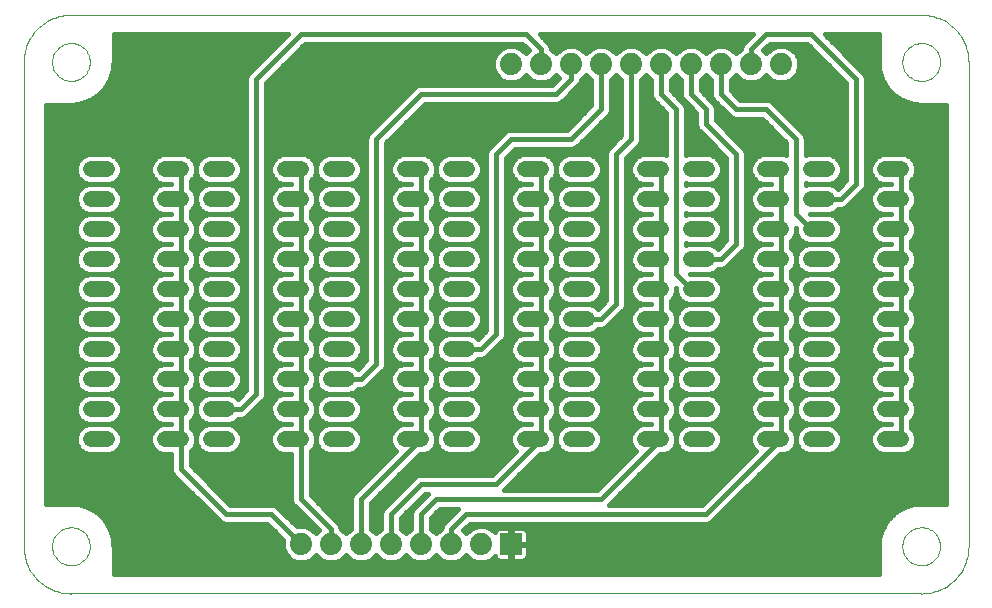
<source format=gtl>
G75*
%MOIN*%
%OFA0B0*%
%FSLAX24Y24*%
%IPPOS*%
%LPD*%
%AMOC8*
5,1,8,0,0,1.08239X$1,22.5*
%
%ADD10C,0.0520*%
%ADD11C,0.0000*%
%ADD12C,0.0740*%
%ADD13R,0.0740X0.0740*%
%ADD14C,0.0160*%
D10*
X007666Y008561D02*
X008186Y008561D01*
X008186Y009561D02*
X007666Y009561D01*
X007666Y010561D02*
X008186Y010561D01*
X008186Y011561D02*
X007666Y011561D01*
X007666Y012561D02*
X008186Y012561D01*
X008186Y013561D02*
X007666Y013561D01*
X007666Y014561D02*
X008186Y014561D01*
X008186Y015561D02*
X007666Y015561D01*
X007666Y016561D02*
X008186Y016561D01*
X008186Y017561D02*
X007666Y017561D01*
X010146Y017561D02*
X010666Y017561D01*
X011666Y017561D02*
X012186Y017561D01*
X012186Y016561D02*
X011666Y016561D01*
X010666Y016561D02*
X010146Y016561D01*
X010146Y015561D02*
X010666Y015561D01*
X011666Y015561D02*
X012186Y015561D01*
X012186Y014561D02*
X011666Y014561D01*
X010666Y014561D02*
X010146Y014561D01*
X010146Y013561D02*
X010666Y013561D01*
X011666Y013561D02*
X012186Y013561D01*
X012186Y012561D02*
X011666Y012561D01*
X010666Y012561D02*
X010146Y012561D01*
X010146Y011561D02*
X010666Y011561D01*
X011666Y011561D02*
X012186Y011561D01*
X012186Y010561D02*
X011666Y010561D01*
X010666Y010561D02*
X010146Y010561D01*
X010146Y009561D02*
X010666Y009561D01*
X011666Y009561D02*
X012186Y009561D01*
X012186Y008561D02*
X011666Y008561D01*
X010666Y008561D02*
X010146Y008561D01*
X014146Y008561D02*
X014666Y008561D01*
X015666Y008561D02*
X016186Y008561D01*
X016186Y009561D02*
X015666Y009561D01*
X014666Y009561D02*
X014146Y009561D01*
X014146Y010561D02*
X014666Y010561D01*
X015666Y010561D02*
X016186Y010561D01*
X016186Y011561D02*
X015666Y011561D01*
X014666Y011561D02*
X014146Y011561D01*
X014146Y012561D02*
X014666Y012561D01*
X015666Y012561D02*
X016186Y012561D01*
X016186Y013561D02*
X015666Y013561D01*
X014666Y013561D02*
X014146Y013561D01*
X014146Y014561D02*
X014666Y014561D01*
X015666Y014561D02*
X016186Y014561D01*
X016186Y015561D02*
X015666Y015561D01*
X014666Y015561D02*
X014146Y015561D01*
X014146Y016561D02*
X014666Y016561D01*
X015666Y016561D02*
X016186Y016561D01*
X016186Y017561D02*
X015666Y017561D01*
X014666Y017561D02*
X014146Y017561D01*
X018146Y017561D02*
X018666Y017561D01*
X019666Y017561D02*
X020186Y017561D01*
X020186Y016561D02*
X019666Y016561D01*
X018666Y016561D02*
X018146Y016561D01*
X018146Y015561D02*
X018666Y015561D01*
X019666Y015561D02*
X020186Y015561D01*
X020186Y014561D02*
X019666Y014561D01*
X018666Y014561D02*
X018146Y014561D01*
X018146Y013561D02*
X018666Y013561D01*
X019666Y013561D02*
X020186Y013561D01*
X020186Y012561D02*
X019666Y012561D01*
X019666Y011561D02*
X020186Y011561D01*
X020186Y010561D02*
X019666Y010561D01*
X018666Y010561D02*
X018146Y010561D01*
X018146Y009561D02*
X018666Y009561D01*
X019666Y009561D02*
X020186Y009561D01*
X020186Y008561D02*
X019666Y008561D01*
X018666Y008561D02*
X018146Y008561D01*
X022146Y008561D02*
X022666Y008561D01*
X023666Y008561D02*
X024186Y008561D01*
X024186Y009561D02*
X023666Y009561D01*
X022666Y009561D02*
X022146Y009561D01*
X022146Y010561D02*
X022666Y010561D01*
X023666Y010561D02*
X024186Y010561D01*
X024186Y011561D02*
X023666Y011561D01*
X022666Y011561D02*
X022146Y011561D01*
X022146Y012561D02*
X022666Y012561D01*
X023666Y012561D02*
X024186Y012561D01*
X024186Y013561D02*
X023666Y013561D01*
X022666Y013561D02*
X022146Y013561D01*
X022146Y014561D02*
X022666Y014561D01*
X023666Y014561D02*
X024186Y014561D01*
X024186Y015561D02*
X023666Y015561D01*
X022666Y015561D02*
X022146Y015561D01*
X022146Y016561D02*
X022666Y016561D01*
X023666Y016561D02*
X024186Y016561D01*
X024186Y017561D02*
X023666Y017561D01*
X022666Y017561D02*
X022146Y017561D01*
X026146Y017561D02*
X026666Y017561D01*
X027666Y017561D02*
X028186Y017561D01*
X028186Y016561D02*
X027666Y016561D01*
X026666Y016561D02*
X026146Y016561D01*
X026146Y015561D02*
X026666Y015561D01*
X027666Y015561D02*
X028186Y015561D01*
X028186Y014561D02*
X027666Y014561D01*
X026666Y014561D02*
X026146Y014561D01*
X026146Y013561D02*
X026666Y013561D01*
X027666Y013561D02*
X028186Y013561D01*
X028186Y012561D02*
X027666Y012561D01*
X027666Y011561D02*
X028186Y011561D01*
X028186Y010561D02*
X027666Y010561D01*
X026666Y010561D02*
X026146Y010561D01*
X026146Y009561D02*
X026666Y009561D01*
X027666Y009561D02*
X028186Y009561D01*
X028186Y008561D02*
X027666Y008561D01*
X026666Y008561D02*
X026146Y008561D01*
X030146Y008561D02*
X030666Y008561D01*
X031666Y008561D02*
X032186Y008561D01*
X032186Y009561D02*
X031666Y009561D01*
X030666Y009561D02*
X030146Y009561D01*
X030146Y010561D02*
X030666Y010561D01*
X031666Y010561D02*
X032186Y010561D01*
X032186Y011561D02*
X031666Y011561D01*
X030666Y011561D02*
X030146Y011561D01*
X030146Y012561D02*
X030666Y012561D01*
X031666Y012561D02*
X032186Y012561D01*
X032186Y013561D02*
X031666Y013561D01*
X030666Y013561D02*
X030146Y013561D01*
X030146Y014561D02*
X030666Y014561D01*
X031666Y014561D02*
X032186Y014561D01*
X032186Y015561D02*
X031666Y015561D01*
X030666Y015561D02*
X030146Y015561D01*
X030146Y016561D02*
X030666Y016561D01*
X031666Y016561D02*
X032186Y016561D01*
X032186Y017561D02*
X031666Y017561D01*
X030666Y017561D02*
X030146Y017561D01*
X034146Y017561D02*
X034666Y017561D01*
X034666Y016561D02*
X034146Y016561D01*
X034146Y015561D02*
X034666Y015561D01*
X034666Y014561D02*
X034146Y014561D01*
X034146Y013561D02*
X034666Y013561D01*
X034666Y012561D02*
X034146Y012561D01*
X034146Y011561D02*
X034666Y011561D01*
X034666Y010561D02*
X034146Y010561D01*
X034146Y009561D02*
X034666Y009561D01*
X034666Y008561D02*
X034146Y008561D01*
X026666Y011561D02*
X026146Y011561D01*
X026146Y012561D02*
X026666Y012561D01*
X018666Y012561D02*
X018146Y012561D01*
X018146Y011561D02*
X018666Y011561D01*
D11*
X006993Y003416D02*
X035339Y003416D01*
X034709Y004990D02*
X034711Y005040D01*
X034717Y005090D01*
X034727Y005139D01*
X034741Y005187D01*
X034758Y005234D01*
X034779Y005279D01*
X034804Y005323D01*
X034832Y005364D01*
X034864Y005403D01*
X034898Y005440D01*
X034935Y005474D01*
X034975Y005504D01*
X035017Y005531D01*
X035061Y005555D01*
X035107Y005576D01*
X035154Y005592D01*
X035202Y005605D01*
X035252Y005614D01*
X035301Y005619D01*
X035352Y005620D01*
X035402Y005617D01*
X035451Y005610D01*
X035500Y005599D01*
X035548Y005584D01*
X035594Y005566D01*
X035639Y005544D01*
X035682Y005518D01*
X035723Y005489D01*
X035762Y005457D01*
X035798Y005422D01*
X035830Y005384D01*
X035860Y005344D01*
X035887Y005301D01*
X035910Y005257D01*
X035929Y005211D01*
X035945Y005163D01*
X035957Y005114D01*
X035965Y005065D01*
X035969Y005015D01*
X035969Y004965D01*
X035965Y004915D01*
X035957Y004866D01*
X035945Y004817D01*
X035929Y004769D01*
X035910Y004723D01*
X035887Y004679D01*
X035860Y004636D01*
X035830Y004596D01*
X035798Y004558D01*
X035762Y004523D01*
X035723Y004491D01*
X035682Y004462D01*
X035639Y004436D01*
X035594Y004414D01*
X035548Y004396D01*
X035500Y004381D01*
X035451Y004370D01*
X035402Y004363D01*
X035352Y004360D01*
X035301Y004361D01*
X035252Y004366D01*
X035202Y004375D01*
X035154Y004388D01*
X035107Y004404D01*
X035061Y004425D01*
X035017Y004449D01*
X034975Y004476D01*
X034935Y004506D01*
X034898Y004540D01*
X034864Y004577D01*
X034832Y004616D01*
X034804Y004657D01*
X034779Y004701D01*
X034758Y004746D01*
X034741Y004793D01*
X034727Y004841D01*
X034717Y004890D01*
X034711Y004940D01*
X034709Y004990D01*
X035339Y003415D02*
X035416Y003417D01*
X035493Y003423D01*
X035570Y003432D01*
X035646Y003445D01*
X035722Y003462D01*
X035796Y003483D01*
X035870Y003507D01*
X035942Y003535D01*
X036012Y003566D01*
X036081Y003601D01*
X036149Y003639D01*
X036214Y003680D01*
X036277Y003725D01*
X036338Y003773D01*
X036397Y003823D01*
X036453Y003876D01*
X036506Y003932D01*
X036556Y003991D01*
X036604Y004052D01*
X036649Y004115D01*
X036690Y004180D01*
X036728Y004248D01*
X036763Y004317D01*
X036794Y004387D01*
X036822Y004459D01*
X036846Y004533D01*
X036867Y004607D01*
X036884Y004683D01*
X036897Y004759D01*
X036906Y004836D01*
X036912Y004913D01*
X036914Y004990D01*
X036914Y021132D01*
X034709Y021132D02*
X034711Y021182D01*
X034717Y021232D01*
X034727Y021281D01*
X034741Y021329D01*
X034758Y021376D01*
X034779Y021421D01*
X034804Y021465D01*
X034832Y021506D01*
X034864Y021545D01*
X034898Y021582D01*
X034935Y021616D01*
X034975Y021646D01*
X035017Y021673D01*
X035061Y021697D01*
X035107Y021718D01*
X035154Y021734D01*
X035202Y021747D01*
X035252Y021756D01*
X035301Y021761D01*
X035352Y021762D01*
X035402Y021759D01*
X035451Y021752D01*
X035500Y021741D01*
X035548Y021726D01*
X035594Y021708D01*
X035639Y021686D01*
X035682Y021660D01*
X035723Y021631D01*
X035762Y021599D01*
X035798Y021564D01*
X035830Y021526D01*
X035860Y021486D01*
X035887Y021443D01*
X035910Y021399D01*
X035929Y021353D01*
X035945Y021305D01*
X035957Y021256D01*
X035965Y021207D01*
X035969Y021157D01*
X035969Y021107D01*
X035965Y021057D01*
X035957Y021008D01*
X035945Y020959D01*
X035929Y020911D01*
X035910Y020865D01*
X035887Y020821D01*
X035860Y020778D01*
X035830Y020738D01*
X035798Y020700D01*
X035762Y020665D01*
X035723Y020633D01*
X035682Y020604D01*
X035639Y020578D01*
X035594Y020556D01*
X035548Y020538D01*
X035500Y020523D01*
X035451Y020512D01*
X035402Y020505D01*
X035352Y020502D01*
X035301Y020503D01*
X035252Y020508D01*
X035202Y020517D01*
X035154Y020530D01*
X035107Y020546D01*
X035061Y020567D01*
X035017Y020591D01*
X034975Y020618D01*
X034935Y020648D01*
X034898Y020682D01*
X034864Y020719D01*
X034832Y020758D01*
X034804Y020799D01*
X034779Y020843D01*
X034758Y020888D01*
X034741Y020935D01*
X034727Y020983D01*
X034717Y021032D01*
X034711Y021082D01*
X034709Y021132D01*
X035339Y022707D02*
X035416Y022705D01*
X035493Y022699D01*
X035570Y022690D01*
X035646Y022677D01*
X035722Y022660D01*
X035796Y022639D01*
X035870Y022615D01*
X035942Y022587D01*
X036012Y022556D01*
X036081Y022521D01*
X036149Y022483D01*
X036214Y022442D01*
X036277Y022397D01*
X036338Y022349D01*
X036397Y022299D01*
X036453Y022246D01*
X036506Y022190D01*
X036556Y022131D01*
X036604Y022070D01*
X036649Y022007D01*
X036690Y021942D01*
X036728Y021874D01*
X036763Y021805D01*
X036794Y021735D01*
X036822Y021663D01*
X036846Y021589D01*
X036867Y021515D01*
X036884Y021439D01*
X036897Y021363D01*
X036906Y021286D01*
X036912Y021209D01*
X036914Y021132D01*
X035339Y022707D02*
X006993Y022707D01*
X006363Y021132D02*
X006365Y021182D01*
X006371Y021232D01*
X006381Y021281D01*
X006395Y021329D01*
X006412Y021376D01*
X006433Y021421D01*
X006458Y021465D01*
X006486Y021506D01*
X006518Y021545D01*
X006552Y021582D01*
X006589Y021616D01*
X006629Y021646D01*
X006671Y021673D01*
X006715Y021697D01*
X006761Y021718D01*
X006808Y021734D01*
X006856Y021747D01*
X006906Y021756D01*
X006955Y021761D01*
X007006Y021762D01*
X007056Y021759D01*
X007105Y021752D01*
X007154Y021741D01*
X007202Y021726D01*
X007248Y021708D01*
X007293Y021686D01*
X007336Y021660D01*
X007377Y021631D01*
X007416Y021599D01*
X007452Y021564D01*
X007484Y021526D01*
X007514Y021486D01*
X007541Y021443D01*
X007564Y021399D01*
X007583Y021353D01*
X007599Y021305D01*
X007611Y021256D01*
X007619Y021207D01*
X007623Y021157D01*
X007623Y021107D01*
X007619Y021057D01*
X007611Y021008D01*
X007599Y020959D01*
X007583Y020911D01*
X007564Y020865D01*
X007541Y020821D01*
X007514Y020778D01*
X007484Y020738D01*
X007452Y020700D01*
X007416Y020665D01*
X007377Y020633D01*
X007336Y020604D01*
X007293Y020578D01*
X007248Y020556D01*
X007202Y020538D01*
X007154Y020523D01*
X007105Y020512D01*
X007056Y020505D01*
X007006Y020502D01*
X006955Y020503D01*
X006906Y020508D01*
X006856Y020517D01*
X006808Y020530D01*
X006761Y020546D01*
X006715Y020567D01*
X006671Y020591D01*
X006629Y020618D01*
X006589Y020648D01*
X006552Y020682D01*
X006518Y020719D01*
X006486Y020758D01*
X006458Y020799D01*
X006433Y020843D01*
X006412Y020888D01*
X006395Y020935D01*
X006381Y020983D01*
X006371Y021032D01*
X006365Y021082D01*
X006363Y021132D01*
X005418Y021132D02*
X005420Y021209D01*
X005426Y021286D01*
X005435Y021363D01*
X005448Y021439D01*
X005465Y021515D01*
X005486Y021589D01*
X005510Y021663D01*
X005538Y021735D01*
X005569Y021805D01*
X005604Y021874D01*
X005642Y021942D01*
X005683Y022007D01*
X005728Y022070D01*
X005776Y022131D01*
X005826Y022190D01*
X005879Y022246D01*
X005935Y022299D01*
X005994Y022349D01*
X006055Y022397D01*
X006118Y022442D01*
X006183Y022483D01*
X006251Y022521D01*
X006320Y022556D01*
X006390Y022587D01*
X006462Y022615D01*
X006536Y022639D01*
X006610Y022660D01*
X006686Y022677D01*
X006762Y022690D01*
X006839Y022699D01*
X006916Y022705D01*
X006993Y022707D01*
X005418Y021132D02*
X005418Y004990D01*
X006363Y004990D02*
X006365Y005040D01*
X006371Y005090D01*
X006381Y005139D01*
X006395Y005187D01*
X006412Y005234D01*
X006433Y005279D01*
X006458Y005323D01*
X006486Y005364D01*
X006518Y005403D01*
X006552Y005440D01*
X006589Y005474D01*
X006629Y005504D01*
X006671Y005531D01*
X006715Y005555D01*
X006761Y005576D01*
X006808Y005592D01*
X006856Y005605D01*
X006906Y005614D01*
X006955Y005619D01*
X007006Y005620D01*
X007056Y005617D01*
X007105Y005610D01*
X007154Y005599D01*
X007202Y005584D01*
X007248Y005566D01*
X007293Y005544D01*
X007336Y005518D01*
X007377Y005489D01*
X007416Y005457D01*
X007452Y005422D01*
X007484Y005384D01*
X007514Y005344D01*
X007541Y005301D01*
X007564Y005257D01*
X007583Y005211D01*
X007599Y005163D01*
X007611Y005114D01*
X007619Y005065D01*
X007623Y005015D01*
X007623Y004965D01*
X007619Y004915D01*
X007611Y004866D01*
X007599Y004817D01*
X007583Y004769D01*
X007564Y004723D01*
X007541Y004679D01*
X007514Y004636D01*
X007484Y004596D01*
X007452Y004558D01*
X007416Y004523D01*
X007377Y004491D01*
X007336Y004462D01*
X007293Y004436D01*
X007248Y004414D01*
X007202Y004396D01*
X007154Y004381D01*
X007105Y004370D01*
X007056Y004363D01*
X007006Y004360D01*
X006955Y004361D01*
X006906Y004366D01*
X006856Y004375D01*
X006808Y004388D01*
X006761Y004404D01*
X006715Y004425D01*
X006671Y004449D01*
X006629Y004476D01*
X006589Y004506D01*
X006552Y004540D01*
X006518Y004577D01*
X006486Y004616D01*
X006458Y004657D01*
X006433Y004701D01*
X006412Y004746D01*
X006395Y004793D01*
X006381Y004841D01*
X006371Y004890D01*
X006365Y004940D01*
X006363Y004990D01*
X005418Y004990D02*
X005420Y004913D01*
X005426Y004836D01*
X005435Y004759D01*
X005448Y004683D01*
X005465Y004607D01*
X005486Y004533D01*
X005510Y004459D01*
X005538Y004387D01*
X005569Y004317D01*
X005604Y004248D01*
X005642Y004180D01*
X005683Y004115D01*
X005728Y004052D01*
X005776Y003991D01*
X005826Y003932D01*
X005879Y003876D01*
X005935Y003823D01*
X005994Y003773D01*
X006055Y003725D01*
X006118Y003680D01*
X006183Y003639D01*
X006251Y003601D01*
X006320Y003566D01*
X006390Y003535D01*
X006462Y003507D01*
X006536Y003483D01*
X006610Y003462D01*
X006686Y003445D01*
X006762Y003432D01*
X006839Y003423D01*
X006916Y003417D01*
X006993Y003415D01*
D12*
X014666Y005061D03*
X015666Y005061D03*
X016666Y005061D03*
X017666Y005061D03*
X018666Y005061D03*
X019666Y005061D03*
X020666Y005061D03*
X021666Y021061D03*
X022666Y021061D03*
X023666Y021061D03*
X024666Y021061D03*
X025666Y021061D03*
X026666Y021061D03*
X027666Y021061D03*
X028666Y021061D03*
X029666Y021061D03*
X030666Y021061D03*
D13*
X021666Y005061D03*
D14*
X021646Y005041D02*
X021686Y005041D01*
X021686Y004511D01*
X022060Y004511D01*
X022106Y004524D01*
X022147Y004547D01*
X022180Y004581D01*
X022204Y004622D01*
X022216Y004668D01*
X022216Y005041D01*
X021686Y005041D01*
X021686Y005081D01*
X022216Y005081D01*
X022216Y005455D01*
X022204Y005501D01*
X022180Y005542D01*
X022147Y005575D01*
X022106Y005599D01*
X022060Y005611D01*
X021686Y005611D01*
X021686Y005081D01*
X021646Y005081D01*
X021646Y005611D01*
X021272Y005611D01*
X021227Y005599D01*
X021186Y005575D01*
X021152Y005542D01*
X021128Y005501D01*
X021120Y005470D01*
X021012Y005578D01*
X020787Y005671D01*
X020545Y005671D01*
X020321Y005578D01*
X020166Y005424D01*
X020074Y005516D01*
X020299Y005741D01*
X028230Y005741D01*
X028347Y005790D01*
X030619Y008061D01*
X030766Y008061D01*
X030949Y008137D01*
X031090Y008278D01*
X031166Y008462D01*
X031166Y008661D01*
X031090Y008845D01*
X030986Y008948D01*
X030986Y009174D01*
X031090Y009278D01*
X031166Y009462D01*
X031166Y009661D01*
X031090Y009845D01*
X030986Y009948D01*
X030986Y010174D01*
X031090Y010278D01*
X031166Y010462D01*
X031166Y010661D01*
X031090Y010845D01*
X030986Y010948D01*
X030986Y011174D01*
X031090Y011278D01*
X031166Y011462D01*
X031166Y011661D01*
X031090Y011845D01*
X030986Y011948D01*
X030986Y012174D01*
X031090Y012278D01*
X031166Y012462D01*
X031166Y012661D01*
X031090Y012845D01*
X030986Y012948D01*
X030986Y013174D01*
X031090Y013278D01*
X031166Y013462D01*
X031166Y013661D01*
X031090Y013845D01*
X030986Y013948D01*
X030986Y014174D01*
X031090Y014278D01*
X031166Y014462D01*
X031166Y014661D01*
X031090Y014845D01*
X030986Y014948D01*
X030986Y015174D01*
X031090Y015278D01*
X031166Y015462D01*
X031166Y015609D01*
X031166Y015609D01*
X031166Y015462D01*
X031242Y015278D01*
X031383Y015137D01*
X031567Y015061D01*
X031383Y014985D01*
X031242Y014845D01*
X031166Y014661D01*
X031166Y014462D01*
X031242Y014278D01*
X031383Y014137D01*
X031567Y014061D01*
X031383Y013985D01*
X031242Y013845D01*
X031166Y013661D01*
X031166Y013462D01*
X031242Y013278D01*
X031383Y013137D01*
X031567Y013061D01*
X031383Y012985D01*
X031242Y012845D01*
X031166Y012661D01*
X031166Y012462D01*
X031242Y012278D01*
X031383Y012137D01*
X031567Y012061D01*
X031383Y011985D01*
X031242Y011845D01*
X031166Y011661D01*
X031166Y011462D01*
X031242Y011278D01*
X031383Y011137D01*
X031567Y011061D01*
X031383Y010985D01*
X031242Y010845D01*
X031166Y010661D01*
X031166Y010462D01*
X031242Y010278D01*
X031383Y010137D01*
X031567Y010061D01*
X031383Y009985D01*
X031242Y009845D01*
X031166Y009661D01*
X031166Y009462D01*
X031242Y009278D01*
X031383Y009137D01*
X031567Y009061D01*
X031383Y008985D01*
X031242Y008845D01*
X031166Y008661D01*
X031166Y008462D01*
X031242Y008278D01*
X031383Y008137D01*
X031567Y008061D01*
X032286Y008061D01*
X032469Y008137D01*
X032610Y008278D01*
X032686Y008462D01*
X032686Y008661D01*
X032610Y008845D01*
X032469Y008985D01*
X032286Y009061D01*
X032469Y009137D01*
X032610Y009278D01*
X032686Y009462D01*
X032686Y009661D01*
X032610Y009845D01*
X032469Y009985D01*
X032286Y010061D01*
X032469Y010137D01*
X032610Y010278D01*
X032686Y010462D01*
X032686Y010661D01*
X032610Y010845D01*
X032469Y010985D01*
X032286Y011061D01*
X032469Y011137D01*
X032610Y011278D01*
X032686Y011462D01*
X032686Y011661D01*
X032610Y011845D01*
X032469Y011985D01*
X032286Y012061D01*
X032469Y012137D01*
X032610Y012278D01*
X032686Y012462D01*
X032686Y012661D01*
X032610Y012845D01*
X032469Y012985D01*
X032286Y013061D01*
X032469Y013137D01*
X032610Y013278D01*
X032686Y013462D01*
X032686Y013661D01*
X032610Y013845D01*
X032469Y013985D01*
X032286Y014061D01*
X032469Y014137D01*
X032610Y014278D01*
X032686Y014462D01*
X032686Y014661D01*
X032610Y014845D01*
X032469Y014985D01*
X032286Y015061D01*
X031567Y015061D01*
X032286Y015061D01*
X032469Y015137D01*
X032610Y015278D01*
X032686Y015462D01*
X032686Y015661D01*
X032610Y015845D01*
X032469Y015985D01*
X032286Y016061D01*
X032469Y016137D01*
X032573Y016241D01*
X032730Y016241D01*
X032847Y016290D01*
X033347Y016790D01*
X033437Y016880D01*
X033486Y016998D01*
X033486Y020625D01*
X033437Y020743D01*
X032119Y022061D01*
X033918Y022061D01*
X033918Y021171D01*
X033915Y021163D01*
X033918Y021124D01*
X033918Y021084D01*
X033922Y021076D01*
X033929Y020977D01*
X033926Y020960D01*
X033932Y020930D01*
X033934Y020899D01*
X033942Y020884D01*
X033965Y020778D01*
X033965Y020760D01*
X033975Y020732D01*
X033982Y020702D01*
X033992Y020687D01*
X034030Y020586D01*
X034031Y020568D01*
X034046Y020542D01*
X034057Y020513D01*
X034069Y020500D01*
X034121Y020405D01*
X034125Y020388D01*
X034143Y020364D01*
X034158Y020337D01*
X034172Y020326D01*
X034237Y020239D01*
X034243Y020223D01*
X034265Y020201D01*
X034283Y020177D01*
X034298Y020168D01*
X034375Y020091D01*
X034384Y020076D01*
X034408Y020058D01*
X034430Y020036D01*
X034446Y020029D01*
X034533Y019964D01*
X034544Y019951D01*
X034571Y019936D01*
X034595Y019918D01*
X034612Y019913D01*
X034707Y019862D01*
X034720Y019850D01*
X034749Y019839D01*
X034776Y019824D01*
X034793Y019822D01*
X034894Y019785D01*
X034909Y019775D01*
X034939Y019768D01*
X034967Y019757D01*
X034985Y019758D01*
X035091Y019735D01*
X035107Y019727D01*
X035137Y019725D01*
X035167Y019718D01*
X035184Y019722D01*
X035283Y019714D01*
X035292Y019711D01*
X035331Y019711D01*
X035370Y019708D01*
X035378Y019711D01*
X036166Y019711D01*
X036166Y006412D01*
X035378Y006412D01*
X035370Y006414D01*
X035331Y006412D01*
X035292Y006412D01*
X035283Y006408D01*
X035184Y006401D01*
X035167Y006404D01*
X035137Y006398D01*
X035107Y006395D01*
X035091Y006388D01*
X034985Y006365D01*
X034967Y006365D01*
X034939Y006355D01*
X034909Y006348D01*
X034894Y006338D01*
X034793Y006300D01*
X034776Y006298D01*
X034749Y006284D01*
X034720Y006273D01*
X034707Y006261D01*
X034612Y006209D01*
X034595Y006205D01*
X034571Y006186D01*
X034544Y006172D01*
X034533Y006158D01*
X034446Y006093D01*
X034430Y006086D01*
X034408Y006065D01*
X034384Y006047D01*
X034375Y006031D01*
X034298Y005955D01*
X034283Y005946D01*
X034265Y005921D01*
X034243Y005900D01*
X034237Y005884D01*
X034172Y005797D01*
X034158Y005786D01*
X034143Y005759D01*
X034125Y005735D01*
X034121Y005718D01*
X034069Y005623D01*
X034057Y005610D01*
X034046Y005581D01*
X034031Y005554D01*
X034030Y005537D01*
X033992Y005435D01*
X033982Y005421D01*
X033975Y005391D01*
X033965Y005362D01*
X033965Y005345D01*
X033942Y005239D01*
X033934Y005223D01*
X033932Y005193D01*
X033926Y005163D01*
X033929Y005146D01*
X033922Y005046D01*
X033918Y005038D01*
X033918Y004999D01*
X033915Y004960D01*
X033918Y004952D01*
X033918Y004061D01*
X008414Y004061D01*
X008414Y004952D01*
X008417Y004960D01*
X008414Y004999D01*
X008414Y005038D01*
X008411Y005046D01*
X008404Y005146D01*
X008407Y005163D01*
X008400Y005193D01*
X008398Y005223D01*
X008390Y005239D01*
X008367Y005345D01*
X008368Y005362D01*
X008357Y005391D01*
X008351Y005421D01*
X008341Y005435D01*
X008303Y005537D01*
X008301Y005554D01*
X008286Y005581D01*
X008275Y005610D01*
X008263Y005623D01*
X008212Y005718D01*
X008207Y005735D01*
X008189Y005759D01*
X008174Y005786D01*
X008161Y005797D01*
X008096Y005884D01*
X008089Y005900D01*
X008067Y005921D01*
X008049Y005946D01*
X008034Y005955D01*
X007957Y006031D01*
X007948Y006047D01*
X007924Y006065D01*
X007902Y006086D01*
X007886Y006093D01*
X007799Y006158D01*
X007788Y006172D01*
X007762Y006186D01*
X007737Y006205D01*
X007720Y006209D01*
X007625Y006261D01*
X007612Y006273D01*
X007584Y006284D01*
X007557Y006298D01*
X007539Y006300D01*
X007438Y006338D01*
X007423Y006348D01*
X007393Y006355D01*
X007365Y006365D01*
X007347Y006365D01*
X007241Y006388D01*
X007226Y006395D01*
X007195Y006398D01*
X007165Y006404D01*
X007148Y006401D01*
X007049Y006408D01*
X007041Y006412D01*
X007001Y006412D01*
X006962Y006414D01*
X006954Y006412D01*
X006166Y006412D01*
X006166Y019711D01*
X006954Y019711D01*
X006962Y019708D01*
X007001Y019711D01*
X007041Y019711D01*
X007049Y019714D01*
X007148Y019722D01*
X007165Y019718D01*
X007195Y019725D01*
X007226Y019727D01*
X007241Y019735D01*
X007347Y019758D01*
X007365Y019757D01*
X007393Y019768D01*
X007423Y019775D01*
X007438Y019785D01*
X007539Y019822D01*
X007557Y019824D01*
X007584Y019839D01*
X007612Y019850D01*
X007625Y019862D01*
X007720Y019913D01*
X007737Y019918D01*
X007762Y019936D01*
X007788Y019951D01*
X007799Y019964D01*
X007886Y020029D01*
X007902Y020036D01*
X007924Y020058D01*
X007948Y020076D01*
X007957Y020091D01*
X008034Y020168D01*
X008049Y020177D01*
X008067Y020201D01*
X008089Y020223D01*
X008096Y020239D01*
X008161Y020326D01*
X008174Y020337D01*
X008189Y020364D01*
X008207Y020388D01*
X008212Y020405D01*
X008263Y020500D01*
X008275Y020513D01*
X008286Y020542D01*
X008301Y020568D01*
X008303Y020586D01*
X008341Y020687D01*
X008351Y020702D01*
X008357Y020732D01*
X008368Y020760D01*
X008367Y020778D01*
X008390Y020884D01*
X008398Y020899D01*
X008400Y020930D01*
X008407Y020960D01*
X008404Y020977D01*
X008411Y021076D01*
X008414Y021084D01*
X008414Y021124D01*
X008417Y021163D01*
X008414Y021171D01*
X008414Y022061D01*
X014214Y022061D01*
X012895Y020743D01*
X012846Y020625D01*
X012846Y010194D01*
X012553Y009901D01*
X012469Y009985D01*
X012286Y010061D01*
X012469Y010137D01*
X012610Y010278D01*
X012686Y010462D01*
X012686Y010661D01*
X012610Y010845D01*
X012469Y010985D01*
X012286Y011061D01*
X012469Y011137D01*
X012610Y011278D01*
X012686Y011462D01*
X012686Y011661D01*
X012610Y011845D01*
X012469Y011985D01*
X012286Y012061D01*
X012469Y012137D01*
X012610Y012278D01*
X012686Y012462D01*
X012686Y012661D01*
X012610Y012845D01*
X012469Y012985D01*
X012286Y013061D01*
X012469Y013137D01*
X012610Y013278D01*
X012686Y013462D01*
X012686Y013661D01*
X012610Y013845D01*
X012469Y013985D01*
X012286Y014061D01*
X012469Y014137D01*
X012610Y014278D01*
X012686Y014462D01*
X012686Y014661D01*
X012610Y014845D01*
X012469Y014985D01*
X012286Y015061D01*
X012469Y015137D01*
X012610Y015278D01*
X012686Y015462D01*
X012686Y015661D01*
X012610Y015845D01*
X012469Y015985D01*
X012286Y016061D01*
X012469Y016137D01*
X012610Y016278D01*
X012686Y016462D01*
X012686Y016661D01*
X012610Y016845D01*
X012469Y016985D01*
X012286Y017061D01*
X012469Y017137D01*
X012610Y017278D01*
X012686Y017462D01*
X012686Y017661D01*
X012610Y017845D01*
X012469Y017985D01*
X012286Y018061D01*
X011567Y018061D01*
X011383Y017985D01*
X011242Y017845D01*
X011166Y017661D01*
X011090Y017845D01*
X010949Y017985D01*
X010766Y018061D01*
X010047Y018061D01*
X009863Y017985D01*
X009722Y017845D01*
X009646Y017661D01*
X009646Y017462D01*
X009722Y017278D01*
X009863Y017137D01*
X010047Y017061D01*
X009863Y016985D01*
X009722Y016845D01*
X009646Y016661D01*
X009646Y016462D01*
X009722Y016278D01*
X009863Y016137D01*
X010047Y016061D01*
X009863Y015985D01*
X009722Y015845D01*
X009646Y015661D01*
X009646Y015462D01*
X009722Y015278D01*
X009863Y015137D01*
X010047Y015061D01*
X009863Y014985D01*
X009722Y014845D01*
X009646Y014661D01*
X009646Y014462D01*
X009722Y014278D01*
X009863Y014137D01*
X010047Y014061D01*
X009863Y013985D01*
X009722Y013845D01*
X009646Y013661D01*
X009646Y013462D01*
X009722Y013278D01*
X009863Y013137D01*
X010047Y013061D01*
X009863Y012985D01*
X009722Y012845D01*
X009646Y012661D01*
X009646Y012462D01*
X009722Y012278D01*
X009863Y012137D01*
X010047Y012061D01*
X009863Y011985D01*
X009722Y011845D01*
X009646Y011661D01*
X009646Y011462D01*
X009722Y011278D01*
X009863Y011137D01*
X010047Y011061D01*
X009863Y010985D01*
X009722Y010845D01*
X009646Y010661D01*
X009646Y010462D01*
X009722Y010278D01*
X009863Y010137D01*
X010047Y010061D01*
X009863Y009985D01*
X009722Y009845D01*
X009646Y009661D01*
X009646Y009462D01*
X009722Y009278D01*
X009863Y009137D01*
X010047Y009061D01*
X009863Y008985D01*
X009722Y008845D01*
X009646Y008661D01*
X009646Y008462D01*
X009722Y008278D01*
X009863Y008137D01*
X010047Y008061D01*
X010346Y008061D01*
X010346Y007498D01*
X010395Y007380D01*
X011985Y005790D01*
X012102Y005741D01*
X013534Y005741D01*
X014067Y005208D01*
X014056Y005183D01*
X014056Y004940D01*
X014149Y004716D01*
X014321Y004544D01*
X014545Y004451D01*
X014787Y004451D01*
X015012Y004544D01*
X015166Y004699D01*
X015321Y004544D01*
X015545Y004451D01*
X015787Y004451D01*
X016012Y004544D01*
X016166Y004699D01*
X016321Y004544D01*
X016545Y004451D01*
X016787Y004451D01*
X017012Y004544D01*
X017166Y004699D01*
X017321Y004544D01*
X017545Y004451D01*
X017787Y004451D01*
X018012Y004544D01*
X018166Y004699D01*
X018321Y004544D01*
X018545Y004451D01*
X018787Y004451D01*
X019012Y004544D01*
X019166Y004699D01*
X019321Y004544D01*
X019545Y004451D01*
X019787Y004451D01*
X020012Y004544D01*
X020166Y004699D01*
X020321Y004544D01*
X020545Y004451D01*
X020787Y004451D01*
X021012Y004544D01*
X021120Y004653D01*
X021128Y004622D01*
X021152Y004581D01*
X021186Y004547D01*
X021227Y004524D01*
X021272Y004511D01*
X021646Y004511D01*
X021646Y005041D01*
X021646Y005012D02*
X021686Y005012D01*
X021686Y004854D02*
X021646Y004854D01*
X021646Y004695D02*
X021686Y004695D01*
X021686Y004537D02*
X021646Y004537D01*
X021204Y004537D02*
X020994Y004537D01*
X020338Y004537D02*
X019994Y004537D01*
X020163Y004695D02*
X020169Y004695D01*
X019666Y005061D02*
X019666Y005561D01*
X020166Y006061D01*
X028166Y006061D01*
X030666Y008561D01*
X030666Y009561D01*
X030666Y010561D01*
X030666Y011561D01*
X030666Y012561D01*
X030666Y013561D01*
X030666Y014561D01*
X030666Y015561D01*
X030666Y016561D01*
X030666Y017561D01*
X030846Y018028D02*
X030766Y018061D01*
X030047Y018061D01*
X029863Y017985D01*
X029722Y017845D01*
X029646Y017661D01*
X029646Y017462D01*
X029722Y017278D01*
X029863Y017137D01*
X030047Y017061D01*
X029863Y016985D01*
X029722Y016845D01*
X029646Y016661D01*
X029646Y016462D01*
X029722Y016278D01*
X029863Y016137D01*
X030047Y016061D01*
X029863Y015985D01*
X029722Y015845D01*
X029646Y015661D01*
X029646Y015462D01*
X029722Y015278D01*
X029863Y015137D01*
X030047Y015061D01*
X029863Y014985D01*
X029722Y014845D01*
X029646Y014661D01*
X029646Y014462D01*
X029722Y014278D01*
X029863Y014137D01*
X030047Y014061D01*
X029863Y013985D01*
X029722Y013845D01*
X029646Y013661D01*
X029646Y013462D01*
X029722Y013278D01*
X029863Y013137D01*
X030047Y013061D01*
X029863Y012985D01*
X029722Y012845D01*
X029646Y012661D01*
X029646Y012462D01*
X029722Y012278D01*
X029863Y012137D01*
X030047Y012061D01*
X029863Y011985D01*
X029722Y011845D01*
X029646Y011661D01*
X029646Y011462D01*
X029722Y011278D01*
X029863Y011137D01*
X030047Y011061D01*
X029863Y010985D01*
X029722Y010845D01*
X029646Y010661D01*
X029646Y010462D01*
X029722Y010278D01*
X029863Y010137D01*
X030047Y010061D01*
X029863Y009985D01*
X029722Y009845D01*
X029646Y009661D01*
X029646Y009462D01*
X029722Y009278D01*
X029863Y009137D01*
X030047Y009061D01*
X029863Y008985D01*
X029722Y008845D01*
X029646Y008661D01*
X029646Y008462D01*
X029722Y008278D01*
X029826Y008174D01*
X028034Y006381D01*
X024939Y006381D01*
X026619Y008061D01*
X026766Y008061D01*
X026949Y008137D01*
X027090Y008278D01*
X027166Y008462D01*
X027166Y008661D01*
X027090Y008845D01*
X026986Y008948D01*
X026986Y009174D01*
X027090Y009278D01*
X027166Y009462D01*
X027166Y009661D01*
X027090Y009845D01*
X026986Y009948D01*
X026986Y010174D01*
X027090Y010278D01*
X027166Y010462D01*
X027166Y010661D01*
X027090Y010845D01*
X026986Y010948D01*
X026986Y011174D01*
X027090Y011278D01*
X027166Y011462D01*
X027166Y011661D01*
X027090Y011845D01*
X026986Y011948D01*
X026986Y012174D01*
X027090Y012278D01*
X027166Y012462D01*
X027166Y012661D01*
X027090Y012845D01*
X026986Y012948D01*
X026986Y013174D01*
X027090Y013278D01*
X027166Y013462D01*
X027166Y013609D01*
X027166Y013609D01*
X027166Y013462D01*
X027242Y013278D01*
X027383Y013137D01*
X027567Y013061D01*
X027383Y012985D01*
X027242Y012845D01*
X027166Y012661D01*
X027166Y012462D01*
X027242Y012278D01*
X027383Y012137D01*
X027567Y012061D01*
X027383Y011985D01*
X027242Y011845D01*
X027166Y011661D01*
X027166Y011462D01*
X027242Y011278D01*
X027383Y011137D01*
X027567Y011061D01*
X027383Y010985D01*
X027242Y010845D01*
X027166Y010661D01*
X027166Y010462D01*
X027242Y010278D01*
X027383Y010137D01*
X027567Y010061D01*
X027383Y009985D01*
X027242Y009845D01*
X027166Y009661D01*
X027166Y009462D01*
X027242Y009278D01*
X027383Y009137D01*
X027567Y009061D01*
X027383Y008985D01*
X027242Y008845D01*
X027166Y008661D01*
X027166Y008462D01*
X027242Y008278D01*
X027383Y008137D01*
X027567Y008061D01*
X028286Y008061D01*
X028469Y008137D01*
X028610Y008278D01*
X028686Y008462D01*
X028686Y008661D01*
X028610Y008845D01*
X028469Y008985D01*
X028286Y009061D01*
X028469Y009137D01*
X028610Y009278D01*
X028686Y009462D01*
X028686Y009661D01*
X028610Y009845D01*
X028469Y009985D01*
X028286Y010061D01*
X028469Y010137D01*
X028610Y010278D01*
X028686Y010462D01*
X028686Y010661D01*
X028610Y010845D01*
X028469Y010985D01*
X028286Y011061D01*
X028469Y011137D01*
X028610Y011278D01*
X028686Y011462D01*
X028686Y011661D01*
X028610Y011845D01*
X028469Y011985D01*
X028286Y012061D01*
X028469Y012137D01*
X028610Y012278D01*
X028686Y012462D01*
X028686Y012661D01*
X028610Y012845D01*
X028469Y012985D01*
X028286Y013061D01*
X027567Y013061D01*
X028286Y013061D01*
X028469Y013137D01*
X028610Y013278D01*
X028686Y013462D01*
X028686Y013661D01*
X028610Y013845D01*
X028469Y013985D01*
X028286Y014061D01*
X028469Y014137D01*
X028573Y014241D01*
X028730Y014241D01*
X028847Y014290D01*
X029347Y014790D01*
X029437Y014880D01*
X029486Y014998D01*
X029893Y014998D01*
X029844Y015156D02*
X029486Y015156D01*
X029486Y014998D02*
X029486Y018125D01*
X029437Y018243D01*
X028486Y019194D01*
X028486Y019625D01*
X028437Y019743D01*
X027986Y020194D01*
X027986Y020534D01*
X028012Y020544D01*
X028166Y020699D01*
X028321Y020544D01*
X028346Y020534D01*
X028346Y019998D01*
X028395Y019880D01*
X028985Y019290D01*
X029102Y019241D01*
X030034Y019241D01*
X030846Y018429D01*
X030846Y018028D01*
X030846Y018168D02*
X029468Y018168D01*
X029486Y018009D02*
X029921Y018009D01*
X029729Y017851D02*
X029486Y017851D01*
X029486Y017692D02*
X029659Y017692D01*
X029646Y017534D02*
X029486Y017534D01*
X029486Y017375D02*
X029682Y017375D01*
X029784Y017217D02*
X029486Y017217D01*
X029486Y017058D02*
X030039Y017058D01*
X030047Y017061D02*
X030346Y017061D01*
X030346Y017061D01*
X030047Y017061D01*
X029778Y016900D02*
X029486Y016900D01*
X029486Y016741D02*
X029680Y016741D01*
X029646Y016583D02*
X029486Y016583D01*
X029486Y016424D02*
X029662Y016424D01*
X029735Y016266D02*
X029486Y016266D01*
X029486Y016107D02*
X029936Y016107D01*
X030047Y016061D02*
X030346Y016061D01*
X030346Y016061D01*
X030047Y016061D01*
X029827Y015949D02*
X029486Y015949D01*
X029486Y015790D02*
X029700Y015790D01*
X029646Y015632D02*
X029486Y015632D01*
X029486Y015473D02*
X029646Y015473D01*
X029707Y015315D02*
X029486Y015315D01*
X029166Y015061D02*
X029166Y018061D01*
X028166Y019061D01*
X028166Y019561D01*
X027666Y020061D01*
X027666Y021061D01*
X027166Y020699D02*
X027321Y020544D01*
X027346Y020534D01*
X027346Y019998D01*
X027395Y019880D01*
X027485Y019790D01*
X027846Y019429D01*
X027846Y018998D01*
X027895Y018880D01*
X027985Y018790D01*
X028846Y017929D01*
X028846Y015194D01*
X028553Y014901D01*
X028469Y014985D01*
X028286Y015061D01*
X028469Y015137D01*
X028610Y015278D01*
X028686Y015462D01*
X028686Y015661D01*
X028610Y015845D01*
X028469Y015985D01*
X028286Y016061D01*
X028469Y016137D01*
X028610Y016278D01*
X028686Y016462D01*
X028686Y016661D01*
X028610Y016845D01*
X028469Y016985D01*
X028286Y017061D01*
X028469Y017137D01*
X028610Y017278D01*
X028686Y017462D01*
X028686Y017661D01*
X028610Y017845D01*
X028469Y017985D01*
X028286Y018061D01*
X027567Y018061D01*
X027486Y018028D01*
X027486Y019625D01*
X027437Y019743D01*
X026986Y020194D01*
X026986Y020534D01*
X027012Y020544D01*
X027166Y020699D01*
X027013Y020545D02*
X027319Y020545D01*
X027346Y020387D02*
X026986Y020387D01*
X026986Y020228D02*
X027346Y020228D01*
X027346Y020070D02*
X027110Y020070D01*
X027269Y019911D02*
X027382Y019911D01*
X027427Y019753D02*
X027522Y019753D01*
X027486Y019594D02*
X027681Y019594D01*
X027839Y019436D02*
X027486Y019436D01*
X027486Y019277D02*
X027846Y019277D01*
X027846Y019119D02*
X027486Y019119D01*
X027486Y018960D02*
X027862Y018960D01*
X027973Y018802D02*
X027486Y018802D01*
X027486Y018643D02*
X028132Y018643D01*
X028290Y018485D02*
X027486Y018485D01*
X027486Y018326D02*
X028449Y018326D01*
X028607Y018168D02*
X027486Y018168D01*
X026846Y018168D02*
X025725Y018168D01*
X025567Y018009D02*
X025921Y018009D01*
X025863Y017985D02*
X026047Y018061D01*
X026766Y018061D01*
X026846Y018028D01*
X026846Y019429D01*
X026395Y019880D01*
X026346Y019998D01*
X026346Y020534D01*
X026321Y020544D01*
X026166Y020699D01*
X026012Y020544D01*
X025986Y020534D01*
X025986Y018498D01*
X025937Y018380D01*
X025486Y017929D01*
X025486Y012998D01*
X025437Y012880D01*
X025347Y012790D01*
X024847Y012290D01*
X024730Y012241D01*
X024573Y012241D01*
X024469Y012137D01*
X024286Y012061D01*
X024469Y011985D01*
X024610Y011845D01*
X024686Y011661D01*
X024686Y011462D01*
X024610Y011278D01*
X024469Y011137D01*
X024286Y011061D01*
X023567Y011061D01*
X023383Y010985D01*
X023242Y010845D01*
X023166Y010661D01*
X023090Y010845D01*
X022986Y010948D01*
X022986Y011174D01*
X023090Y011278D01*
X023166Y011462D01*
X023166Y011661D01*
X023090Y011845D01*
X022986Y011948D01*
X022986Y012174D01*
X023090Y012278D01*
X023166Y012462D01*
X023166Y012661D01*
X023090Y012845D01*
X022986Y012948D01*
X022986Y013174D01*
X023090Y013278D01*
X023166Y013462D01*
X023166Y013661D01*
X023090Y013845D01*
X022986Y013948D01*
X022986Y014174D01*
X023090Y014278D01*
X023166Y014462D01*
X023166Y014661D01*
X023090Y014845D01*
X022986Y014948D01*
X022986Y015174D01*
X023090Y015278D01*
X023166Y015462D01*
X023166Y015661D01*
X023090Y015845D01*
X022986Y015948D01*
X022986Y016174D01*
X023090Y016278D01*
X023166Y016462D01*
X023166Y016661D01*
X023090Y016845D01*
X022986Y016948D01*
X022986Y017174D01*
X023090Y017278D01*
X023166Y017462D01*
X023166Y017661D01*
X023090Y017845D01*
X022949Y017985D01*
X022766Y018061D01*
X022047Y018061D01*
X021863Y017985D01*
X021722Y017845D01*
X021646Y017661D01*
X021646Y017462D01*
X021722Y017278D01*
X021863Y017137D01*
X022047Y017061D01*
X021863Y016985D01*
X021722Y016845D01*
X021646Y016661D01*
X021646Y016462D01*
X021722Y016278D01*
X021863Y016137D01*
X022047Y016061D01*
X021863Y015985D01*
X021722Y015845D01*
X021646Y015661D01*
X021646Y015462D01*
X021722Y015278D01*
X021863Y015137D01*
X022047Y015061D01*
X021863Y014985D01*
X021722Y014845D01*
X021646Y014661D01*
X021646Y014462D01*
X021722Y014278D01*
X021863Y014137D01*
X022047Y014061D01*
X021863Y013985D01*
X021722Y013845D01*
X021646Y013661D01*
X021646Y013462D01*
X021722Y013278D01*
X021863Y013137D01*
X022047Y013061D01*
X021863Y012985D01*
X021722Y012845D01*
X021646Y012661D01*
X021646Y012462D01*
X021722Y012278D01*
X021863Y012137D01*
X022047Y012061D01*
X021863Y011985D01*
X021722Y011845D01*
X021646Y011661D01*
X021646Y011462D01*
X021722Y011278D01*
X021863Y011137D01*
X022047Y011061D01*
X021863Y010985D01*
X021722Y010845D01*
X021646Y010661D01*
X021646Y010462D01*
X021722Y010278D01*
X021863Y010137D01*
X022047Y010061D01*
X021863Y009985D01*
X021722Y009845D01*
X021646Y009661D01*
X021646Y009462D01*
X021722Y009278D01*
X021863Y009137D01*
X022047Y009061D01*
X021863Y008985D01*
X021722Y008845D01*
X021646Y008661D01*
X021646Y008462D01*
X021722Y008278D01*
X021826Y008174D01*
X021034Y007381D01*
X018602Y007381D01*
X018485Y007333D01*
X018395Y007243D01*
X017395Y006243D01*
X017346Y006125D01*
X017346Y005589D01*
X017321Y005578D01*
X017166Y005424D01*
X017012Y005578D01*
X016986Y005589D01*
X016986Y006429D01*
X018619Y008061D01*
X018766Y008061D01*
X018949Y008137D01*
X019090Y008278D01*
X019166Y008462D01*
X019166Y008661D01*
X019090Y008845D01*
X018986Y008948D01*
X018986Y009174D01*
X019090Y009278D01*
X019166Y009462D01*
X019166Y009661D01*
X019090Y009845D01*
X018986Y009948D01*
X018986Y010174D01*
X019090Y010278D01*
X019166Y010462D01*
X019166Y010661D01*
X019090Y010845D01*
X018986Y010948D01*
X018986Y011174D01*
X019090Y011278D01*
X019166Y011462D01*
X019166Y011661D01*
X019090Y011845D01*
X018986Y011948D01*
X018986Y012174D01*
X019090Y012278D01*
X019166Y012462D01*
X019166Y012661D01*
X019090Y012845D01*
X018986Y012948D01*
X018986Y013174D01*
X019090Y013278D01*
X019166Y013462D01*
X019166Y013661D01*
X019090Y013845D01*
X018986Y013948D01*
X018986Y014174D01*
X019090Y014278D01*
X019166Y014462D01*
X019166Y014661D01*
X019090Y014845D01*
X018986Y014948D01*
X018986Y015174D01*
X019090Y015278D01*
X019166Y015462D01*
X019166Y015661D01*
X019090Y015845D01*
X018986Y015948D01*
X018986Y016174D01*
X019090Y016278D01*
X019166Y016462D01*
X019166Y016661D01*
X019090Y016845D01*
X018986Y016948D01*
X018986Y017174D01*
X019090Y017278D01*
X019166Y017462D01*
X019166Y017661D01*
X019090Y017845D01*
X018949Y017985D01*
X018766Y018061D01*
X018047Y018061D01*
X017863Y017985D01*
X017722Y017845D01*
X017646Y017661D01*
X017646Y017462D01*
X017722Y017278D01*
X017863Y017137D01*
X018047Y017061D01*
X017863Y016985D01*
X017722Y016845D01*
X017646Y016661D01*
X017646Y016462D01*
X017722Y016278D01*
X017863Y016137D01*
X018047Y016061D01*
X017863Y015985D01*
X017722Y015845D01*
X017646Y015661D01*
X017646Y015462D01*
X017722Y015278D01*
X017863Y015137D01*
X018047Y015061D01*
X017863Y014985D01*
X017722Y014845D01*
X017646Y014661D01*
X017646Y014462D01*
X017722Y014278D01*
X017863Y014137D01*
X018047Y014061D01*
X017863Y013985D01*
X017722Y013845D01*
X017646Y013661D01*
X017646Y013462D01*
X017722Y013278D01*
X017863Y013137D01*
X018047Y013061D01*
X017863Y012985D01*
X017722Y012845D01*
X017646Y012661D01*
X017646Y012462D01*
X017722Y012278D01*
X017863Y012137D01*
X018047Y012061D01*
X017863Y011985D01*
X017722Y011845D01*
X017646Y011661D01*
X017646Y011462D01*
X017722Y011278D01*
X017863Y011137D01*
X018047Y011061D01*
X017863Y010985D01*
X017722Y010845D01*
X017646Y010661D01*
X017646Y010462D01*
X017722Y010278D01*
X017863Y010137D01*
X018047Y010061D01*
X017863Y009985D01*
X017722Y009845D01*
X017646Y009661D01*
X017646Y009462D01*
X017722Y009278D01*
X017863Y009137D01*
X018047Y009061D01*
X017863Y008985D01*
X017722Y008845D01*
X017646Y008661D01*
X017646Y008462D01*
X017722Y008278D01*
X017826Y008174D01*
X016395Y006743D01*
X016346Y006625D01*
X016346Y005589D01*
X016321Y005578D01*
X016166Y005424D01*
X016012Y005578D01*
X015986Y005589D01*
X015986Y005625D01*
X015937Y005743D01*
X014986Y006694D01*
X014986Y008174D01*
X015090Y008278D01*
X015166Y008462D01*
X015166Y008661D01*
X015090Y008845D01*
X014986Y008948D01*
X014986Y009174D01*
X015090Y009278D01*
X015166Y009462D01*
X015166Y009661D01*
X015090Y009845D01*
X014986Y009948D01*
X014986Y010174D01*
X015090Y010278D01*
X015166Y010462D01*
X015166Y010661D01*
X015090Y010845D01*
X014986Y010948D01*
X014986Y011174D01*
X015090Y011278D01*
X015166Y011462D01*
X015166Y011661D01*
X015090Y011845D01*
X014986Y011948D01*
X014986Y012174D01*
X015090Y012278D01*
X015166Y012462D01*
X015166Y012661D01*
X015090Y012845D01*
X014986Y012948D01*
X014986Y013174D01*
X015090Y013278D01*
X015166Y013462D01*
X015166Y013661D01*
X015090Y013845D01*
X014986Y013948D01*
X014986Y014174D01*
X015090Y014278D01*
X015166Y014462D01*
X015166Y014661D01*
X015090Y014845D01*
X014986Y014948D01*
X014986Y015174D01*
X015090Y015278D01*
X015166Y015462D01*
X015166Y015661D01*
X015090Y015845D01*
X014986Y015948D01*
X014986Y016174D01*
X015090Y016278D01*
X015166Y016462D01*
X015166Y016661D01*
X015090Y016845D01*
X014986Y016948D01*
X014986Y017174D01*
X015090Y017278D01*
X015166Y017462D01*
X015166Y017661D01*
X015090Y017845D01*
X014949Y017985D01*
X014766Y018061D01*
X014047Y018061D01*
X013863Y017985D01*
X013722Y017845D01*
X013646Y017661D01*
X013646Y017462D01*
X013722Y017278D01*
X013863Y017137D01*
X014047Y017061D01*
X013863Y016985D01*
X013722Y016845D01*
X013646Y016661D01*
X013646Y016462D01*
X013722Y016278D01*
X013863Y016137D01*
X014047Y016061D01*
X013863Y015985D01*
X013722Y015845D01*
X013646Y015661D01*
X013646Y015462D01*
X013722Y015278D01*
X013863Y015137D01*
X014047Y015061D01*
X013863Y014985D01*
X013722Y014845D01*
X013646Y014661D01*
X013646Y014462D01*
X013722Y014278D01*
X013863Y014137D01*
X014047Y014061D01*
X013863Y013985D01*
X013722Y013845D01*
X013646Y013661D01*
X013646Y013462D01*
X013722Y013278D01*
X013863Y013137D01*
X014047Y013061D01*
X013863Y012985D01*
X013722Y012845D01*
X013646Y012661D01*
X013646Y012462D01*
X013722Y012278D01*
X013863Y012137D01*
X014047Y012061D01*
X013863Y011985D01*
X013722Y011845D01*
X013646Y011661D01*
X013646Y011462D01*
X013722Y011278D01*
X013863Y011137D01*
X014047Y011061D01*
X013863Y010985D01*
X013722Y010845D01*
X013646Y010661D01*
X013646Y010462D01*
X013722Y010278D01*
X013863Y010137D01*
X014047Y010061D01*
X013863Y009985D01*
X013722Y009845D01*
X013646Y009661D01*
X013646Y009462D01*
X013722Y009278D01*
X013863Y009137D01*
X014047Y009061D01*
X013863Y008985D01*
X013722Y008845D01*
X013646Y008661D01*
X013646Y008462D01*
X013722Y008278D01*
X013863Y008137D01*
X014047Y008061D01*
X014346Y008061D01*
X014346Y006498D01*
X014395Y006380D01*
X014485Y006290D01*
X015259Y005516D01*
X015166Y005424D01*
X015012Y005578D01*
X014787Y005671D01*
X014545Y005671D01*
X014519Y005661D01*
X013937Y006243D01*
X013847Y006333D01*
X013730Y006381D01*
X012299Y006381D01*
X010986Y007694D01*
X010986Y008174D01*
X011090Y008278D01*
X011166Y008462D01*
X011166Y008661D01*
X011090Y008845D01*
X010986Y008948D01*
X010986Y009174D01*
X011090Y009278D01*
X011166Y009462D01*
X011166Y009661D01*
X011090Y009845D01*
X010986Y009948D01*
X010986Y010174D01*
X011090Y010278D01*
X011166Y010462D01*
X011166Y010661D01*
X011090Y010845D01*
X010986Y010948D01*
X010986Y011174D01*
X011090Y011278D01*
X011166Y011462D01*
X011166Y011661D01*
X011090Y011845D01*
X010986Y011948D01*
X010986Y012174D01*
X011090Y012278D01*
X011166Y012462D01*
X011166Y012661D01*
X011090Y012845D01*
X010986Y012948D01*
X010986Y013174D01*
X011090Y013278D01*
X011166Y013462D01*
X011166Y013661D01*
X011090Y013845D01*
X010986Y013948D01*
X010986Y014174D01*
X011090Y014278D01*
X011166Y014462D01*
X011166Y014661D01*
X011090Y014845D01*
X010986Y014948D01*
X010986Y015174D01*
X011090Y015278D01*
X011166Y015462D01*
X011166Y015661D01*
X011090Y015845D01*
X010986Y015948D01*
X010986Y016174D01*
X011090Y016278D01*
X011166Y016462D01*
X011166Y016661D01*
X011090Y016845D01*
X010986Y016948D01*
X010986Y017174D01*
X011090Y017278D01*
X011166Y017462D01*
X011166Y017661D01*
X011166Y017462D01*
X011242Y017278D01*
X011383Y017137D01*
X011567Y017061D01*
X011383Y016985D01*
X011242Y016845D01*
X011166Y016661D01*
X011166Y016462D01*
X011242Y016278D01*
X011383Y016137D01*
X011567Y016061D01*
X011383Y015985D01*
X011242Y015845D01*
X011166Y015661D01*
X011166Y015462D01*
X011242Y015278D01*
X011383Y015137D01*
X011567Y015061D01*
X011383Y014985D01*
X011242Y014845D01*
X011166Y014661D01*
X011166Y014462D01*
X011242Y014278D01*
X011383Y014137D01*
X011567Y014061D01*
X011383Y013985D01*
X011242Y013845D01*
X011166Y013661D01*
X011166Y013462D01*
X011242Y013278D01*
X011383Y013137D01*
X011567Y013061D01*
X011383Y012985D01*
X011242Y012845D01*
X011166Y012661D01*
X011166Y012462D01*
X011242Y012278D01*
X011383Y012137D01*
X011567Y012061D01*
X011383Y011985D01*
X011242Y011845D01*
X011166Y011661D01*
X011166Y011462D01*
X011242Y011278D01*
X011383Y011137D01*
X011567Y011061D01*
X011383Y010985D01*
X011242Y010845D01*
X011166Y010661D01*
X011166Y010462D01*
X011242Y010278D01*
X011383Y010137D01*
X011567Y010061D01*
X011383Y009985D01*
X011242Y009845D01*
X011166Y009661D01*
X011166Y009462D01*
X011242Y009278D01*
X011383Y009137D01*
X011567Y009061D01*
X011383Y008985D01*
X011242Y008845D01*
X011166Y008661D01*
X011166Y008462D01*
X011242Y008278D01*
X011383Y008137D01*
X011567Y008061D01*
X012286Y008061D01*
X012469Y008137D01*
X012610Y008278D01*
X012686Y008462D01*
X012686Y008661D01*
X012610Y008845D01*
X012469Y008985D01*
X012286Y009061D01*
X011567Y009061D01*
X012286Y009061D01*
X012469Y009137D01*
X012573Y009241D01*
X012730Y009241D01*
X012847Y009290D01*
X013347Y009790D01*
X013437Y009880D01*
X013486Y009998D01*
X013486Y020429D01*
X014799Y021741D01*
X022034Y021741D01*
X022259Y021516D01*
X022166Y021424D01*
X022012Y021578D01*
X021787Y021671D01*
X021545Y021671D01*
X021321Y021578D01*
X021149Y021407D01*
X021056Y021183D01*
X021056Y020940D01*
X021149Y020716D01*
X021321Y020544D01*
X021545Y020451D01*
X021787Y020451D01*
X022012Y020544D01*
X022166Y020699D01*
X022321Y020544D01*
X022545Y020451D01*
X022787Y020451D01*
X023012Y020544D01*
X023166Y020699D01*
X023259Y020606D01*
X023034Y020381D01*
X018602Y020381D01*
X018485Y020333D01*
X016985Y018833D01*
X016985Y018833D01*
X016895Y018743D01*
X016846Y018625D01*
X016846Y011194D01*
X016553Y010901D01*
X016469Y010985D01*
X016286Y011061D01*
X016469Y011137D01*
X016610Y011278D01*
X016686Y011462D01*
X016686Y011661D01*
X016610Y011845D01*
X016469Y011985D01*
X016286Y012061D01*
X016469Y012137D01*
X016610Y012278D01*
X016686Y012462D01*
X016686Y012661D01*
X016610Y012845D01*
X016469Y012985D01*
X016286Y013061D01*
X016469Y013137D01*
X016610Y013278D01*
X016686Y013462D01*
X016686Y013661D01*
X016610Y013845D01*
X016469Y013985D01*
X016286Y014061D01*
X016469Y014137D01*
X016610Y014278D01*
X016686Y014462D01*
X016686Y014661D01*
X016610Y014845D01*
X016469Y014985D01*
X016286Y015061D01*
X016469Y015137D01*
X016610Y015278D01*
X016686Y015462D01*
X016686Y015661D01*
X016610Y015845D01*
X016469Y015985D01*
X016286Y016061D01*
X016469Y016137D01*
X016610Y016278D01*
X016686Y016462D01*
X016686Y016661D01*
X016610Y016845D01*
X016469Y016985D01*
X016286Y017061D01*
X016469Y017137D01*
X016610Y017278D01*
X016686Y017462D01*
X016686Y017661D01*
X016610Y017845D01*
X016469Y017985D01*
X016286Y018061D01*
X015567Y018061D01*
X015383Y017985D01*
X015242Y017845D01*
X015166Y017661D01*
X015166Y017462D01*
X015242Y017278D01*
X015383Y017137D01*
X015567Y017061D01*
X015383Y016985D01*
X015242Y016845D01*
X015166Y016661D01*
X015166Y016462D01*
X015242Y016278D01*
X015383Y016137D01*
X015567Y016061D01*
X015383Y015985D01*
X015242Y015845D01*
X015166Y015661D01*
X015166Y015462D01*
X015242Y015278D01*
X015383Y015137D01*
X015567Y015061D01*
X015383Y014985D01*
X015242Y014845D01*
X015166Y014661D01*
X015166Y014462D01*
X015242Y014278D01*
X015383Y014137D01*
X015567Y014061D01*
X015383Y013985D01*
X015242Y013845D01*
X015166Y013661D01*
X015166Y013462D01*
X015242Y013278D01*
X015383Y013137D01*
X015567Y013061D01*
X015383Y012985D01*
X015242Y012845D01*
X015166Y012661D01*
X015166Y012462D01*
X015242Y012278D01*
X015383Y012137D01*
X015567Y012061D01*
X015383Y011985D01*
X015242Y011845D01*
X015166Y011661D01*
X015166Y011462D01*
X015242Y011278D01*
X015383Y011137D01*
X015567Y011061D01*
X015383Y010985D01*
X015242Y010845D01*
X015166Y010661D01*
X015166Y010462D01*
X015242Y010278D01*
X015383Y010137D01*
X015567Y010061D01*
X015383Y009985D01*
X015242Y009845D01*
X015166Y009661D01*
X015166Y009462D01*
X015242Y009278D01*
X015383Y009137D01*
X015567Y009061D01*
X015383Y008985D01*
X015242Y008845D01*
X015166Y008661D01*
X015166Y008462D01*
X015242Y008278D01*
X015383Y008137D01*
X015567Y008061D01*
X016286Y008061D01*
X016469Y008137D01*
X016610Y008278D01*
X016686Y008462D01*
X016686Y008661D01*
X016610Y008845D01*
X016469Y008985D01*
X016286Y009061D01*
X016469Y009137D01*
X016610Y009278D01*
X016686Y009462D01*
X016686Y009661D01*
X016610Y009845D01*
X016469Y009985D01*
X016286Y010061D01*
X015567Y010061D01*
X016286Y010061D01*
X016469Y010137D01*
X016573Y010241D01*
X016730Y010241D01*
X016847Y010290D01*
X017347Y010790D01*
X017437Y010880D01*
X017486Y010998D01*
X017486Y018429D01*
X018799Y019741D01*
X023230Y019741D01*
X023347Y019790D01*
X023437Y019880D01*
X023847Y020290D01*
X023847Y020290D01*
X023937Y020380D01*
X023986Y020498D01*
X023986Y020534D01*
X024012Y020544D01*
X024166Y020699D01*
X024321Y020544D01*
X024346Y020534D01*
X024346Y019694D01*
X023534Y018881D01*
X021602Y018881D01*
X021485Y018833D01*
X020895Y018243D01*
X020846Y018125D01*
X020846Y012194D01*
X020553Y011901D01*
X020469Y011985D01*
X020286Y012061D01*
X020469Y012137D01*
X020610Y012278D01*
X020686Y012462D01*
X020686Y012661D01*
X020610Y012845D01*
X020469Y012985D01*
X020286Y013061D01*
X020469Y013137D01*
X020610Y013278D01*
X020686Y013462D01*
X020686Y013661D01*
X020610Y013845D01*
X020469Y013985D01*
X020286Y014061D01*
X020469Y014137D01*
X020610Y014278D01*
X020686Y014462D01*
X020686Y014661D01*
X020610Y014845D01*
X020469Y014985D01*
X020286Y015061D01*
X020469Y015137D01*
X020610Y015278D01*
X020686Y015462D01*
X020686Y015661D01*
X020610Y015845D01*
X020469Y015985D01*
X020286Y016061D01*
X020469Y016137D01*
X020610Y016278D01*
X020686Y016462D01*
X020686Y016661D01*
X020610Y016845D01*
X020469Y016985D01*
X020286Y017061D01*
X020469Y017137D01*
X020610Y017278D01*
X020686Y017462D01*
X020686Y017661D01*
X020610Y017845D01*
X020469Y017985D01*
X020286Y018061D01*
X019567Y018061D01*
X019383Y017985D01*
X019242Y017845D01*
X019166Y017661D01*
X019166Y017462D01*
X019242Y017278D01*
X019383Y017137D01*
X019567Y017061D01*
X019383Y016985D01*
X019242Y016845D01*
X019166Y016661D01*
X019166Y016462D01*
X019242Y016278D01*
X019383Y016137D01*
X019567Y016061D01*
X019383Y015985D01*
X019242Y015845D01*
X019166Y015661D01*
X019166Y015462D01*
X019242Y015278D01*
X019383Y015137D01*
X019567Y015061D01*
X019383Y014985D01*
X019242Y014845D01*
X019166Y014661D01*
X019166Y014462D01*
X019242Y014278D01*
X019383Y014137D01*
X019567Y014061D01*
X019383Y013985D01*
X019242Y013845D01*
X019166Y013661D01*
X019166Y013462D01*
X019242Y013278D01*
X019383Y013137D01*
X019567Y013061D01*
X019383Y012985D01*
X019242Y012845D01*
X019166Y012661D01*
X019166Y012462D01*
X019242Y012278D01*
X019383Y012137D01*
X019567Y012061D01*
X019383Y011985D01*
X019242Y011845D01*
X019166Y011661D01*
X019166Y011462D01*
X019242Y011278D01*
X019383Y011137D01*
X019567Y011061D01*
X019383Y010985D01*
X019242Y010845D01*
X019166Y010661D01*
X019166Y010462D01*
X019242Y010278D01*
X019383Y010137D01*
X019567Y010061D01*
X019383Y009985D01*
X019242Y009845D01*
X019166Y009661D01*
X019166Y009462D01*
X019242Y009278D01*
X019383Y009137D01*
X019567Y009061D01*
X019383Y008985D01*
X019242Y008845D01*
X019166Y008661D01*
X019166Y008462D01*
X019242Y008278D01*
X019383Y008137D01*
X019567Y008061D01*
X020286Y008061D01*
X020469Y008137D01*
X020610Y008278D01*
X020686Y008462D01*
X020686Y008661D01*
X020610Y008845D01*
X020469Y008985D01*
X020286Y009061D01*
X020469Y009137D01*
X020610Y009278D01*
X020686Y009462D01*
X020686Y009661D01*
X020610Y009845D01*
X020469Y009985D01*
X020286Y010061D01*
X020469Y010137D01*
X020610Y010278D01*
X020686Y010462D01*
X020686Y010661D01*
X020610Y010845D01*
X020469Y010985D01*
X020286Y011061D01*
X019567Y011061D01*
X020286Y011061D01*
X020469Y011137D01*
X020573Y011241D01*
X020730Y011241D01*
X020847Y011290D01*
X021347Y011790D01*
X021437Y011880D01*
X021486Y011998D01*
X021486Y017929D01*
X021799Y018241D01*
X023730Y018241D01*
X023847Y018290D01*
X023937Y018380D01*
X024937Y019380D01*
X024986Y019498D01*
X024986Y020534D01*
X025012Y020544D01*
X025166Y020699D01*
X025321Y020544D01*
X025346Y020534D01*
X025346Y018694D01*
X024895Y018243D01*
X024846Y018125D01*
X024846Y013194D01*
X024553Y012901D01*
X024469Y012985D01*
X024286Y013061D01*
X024469Y013137D01*
X024610Y013278D01*
X024686Y013462D01*
X024686Y013661D01*
X024610Y013845D01*
X024469Y013985D01*
X024286Y014061D01*
X024469Y014137D01*
X024610Y014278D01*
X024686Y014462D01*
X024686Y014661D01*
X024610Y014845D01*
X024469Y014985D01*
X024286Y015061D01*
X024469Y015137D01*
X024610Y015278D01*
X024686Y015462D01*
X024686Y015661D01*
X024610Y015845D01*
X024469Y015985D01*
X024286Y016061D01*
X024469Y016137D01*
X024610Y016278D01*
X024686Y016462D01*
X024686Y016661D01*
X024610Y016845D01*
X024469Y016985D01*
X024286Y017061D01*
X024469Y017137D01*
X024610Y017278D01*
X024686Y017462D01*
X024686Y017661D01*
X024610Y017845D01*
X024469Y017985D01*
X024286Y018061D01*
X023567Y018061D01*
X023383Y017985D01*
X023242Y017845D01*
X023166Y017661D01*
X023166Y017462D01*
X023242Y017278D01*
X023383Y017137D01*
X023567Y017061D01*
X023383Y016985D01*
X023242Y016845D01*
X023166Y016661D01*
X023166Y016462D01*
X023242Y016278D01*
X023383Y016137D01*
X023567Y016061D01*
X023383Y015985D01*
X023242Y015845D01*
X023166Y015661D01*
X023166Y015462D01*
X023242Y015278D01*
X023383Y015137D01*
X023567Y015061D01*
X023383Y014985D01*
X023242Y014845D01*
X023166Y014661D01*
X023166Y014462D01*
X023242Y014278D01*
X023383Y014137D01*
X023567Y014061D01*
X023383Y013985D01*
X023242Y013845D01*
X023166Y013661D01*
X023166Y013462D01*
X023242Y013278D01*
X023383Y013137D01*
X023567Y013061D01*
X023383Y012985D01*
X023242Y012845D01*
X023166Y012661D01*
X023166Y012462D01*
X023242Y012278D01*
X023383Y012137D01*
X023567Y012061D01*
X023383Y011985D01*
X023242Y011845D01*
X023166Y011661D01*
X023166Y011462D01*
X023242Y011278D01*
X023383Y011137D01*
X023567Y011061D01*
X024286Y011061D01*
X024469Y010985D01*
X024610Y010845D01*
X024686Y010661D01*
X024686Y010462D01*
X024610Y010278D01*
X024469Y010137D01*
X024286Y010061D01*
X023567Y010061D01*
X023383Y009985D01*
X023242Y009845D01*
X023166Y009661D01*
X023090Y009845D01*
X022986Y009948D01*
X022986Y010174D01*
X023090Y010278D01*
X023166Y010462D01*
X023166Y010661D01*
X023166Y010462D01*
X023242Y010278D01*
X023383Y010137D01*
X023567Y010061D01*
X024286Y010061D01*
X024469Y009985D01*
X024610Y009845D01*
X024686Y009661D01*
X024686Y009462D01*
X024610Y009278D01*
X024469Y009137D01*
X024286Y009061D01*
X023567Y009061D01*
X023383Y008985D01*
X023242Y008845D01*
X023166Y008661D01*
X023090Y008845D01*
X022986Y008948D01*
X022986Y009174D01*
X023090Y009278D01*
X023166Y009462D01*
X023166Y009661D01*
X023166Y009462D01*
X023242Y009278D01*
X023383Y009137D01*
X023567Y009061D01*
X024286Y009061D01*
X024469Y008985D01*
X024610Y008845D01*
X024686Y008661D01*
X024686Y008462D01*
X024610Y008278D01*
X024469Y008137D01*
X024286Y008061D01*
X023567Y008061D01*
X023383Y008137D01*
X023242Y008278D01*
X023166Y008462D01*
X023166Y008661D01*
X023166Y008462D01*
X023090Y008278D01*
X022949Y008137D01*
X022766Y008061D01*
X022619Y008061D01*
X021439Y006881D01*
X024534Y006881D01*
X025826Y008174D01*
X025722Y008278D01*
X025646Y008462D01*
X025646Y008661D01*
X025722Y008845D01*
X025863Y008985D01*
X026047Y009061D01*
X026346Y009061D01*
X026346Y009061D01*
X026047Y009061D01*
X025863Y009137D01*
X025722Y009278D01*
X025646Y009462D01*
X025646Y009661D01*
X025722Y009845D01*
X025863Y009985D01*
X026047Y010061D01*
X026346Y010061D01*
X026346Y010061D01*
X026047Y010061D01*
X025863Y010137D01*
X025722Y010278D01*
X025646Y010462D01*
X025646Y010661D01*
X025722Y010845D01*
X025863Y010985D01*
X026047Y011061D01*
X026346Y011061D01*
X026346Y011061D01*
X026047Y011061D01*
X025863Y011137D01*
X025722Y011278D01*
X025646Y011462D01*
X025646Y011661D01*
X025722Y011845D01*
X025863Y011985D01*
X026047Y012061D01*
X026346Y012061D01*
X026346Y012061D01*
X026047Y012061D01*
X025863Y012137D01*
X025722Y012278D01*
X025646Y012462D01*
X025646Y012661D01*
X025722Y012845D01*
X025863Y012985D01*
X026047Y013061D01*
X026346Y013061D01*
X026346Y013061D01*
X026047Y013061D01*
X025863Y013137D01*
X025722Y013278D01*
X025646Y013462D01*
X025646Y013661D01*
X025722Y013845D01*
X025863Y013985D01*
X026047Y014061D01*
X026346Y014061D01*
X026346Y014061D01*
X026047Y014061D01*
X025863Y014137D01*
X025722Y014278D01*
X025646Y014462D01*
X025646Y014661D01*
X025722Y014845D01*
X025863Y014985D01*
X026047Y015061D01*
X026346Y015061D01*
X026346Y015061D01*
X026047Y015061D01*
X025863Y015137D01*
X025722Y015278D01*
X025646Y015462D01*
X025646Y015661D01*
X025722Y015845D01*
X025863Y015985D01*
X026047Y016061D01*
X026346Y016061D01*
X026346Y016061D01*
X026047Y016061D01*
X025863Y016137D01*
X025722Y016278D01*
X025646Y016462D01*
X025646Y016661D01*
X025722Y016845D01*
X025863Y016985D01*
X026047Y017061D01*
X026346Y017061D01*
X026346Y017061D01*
X026047Y017061D01*
X025863Y017137D01*
X025722Y017278D01*
X025646Y017462D01*
X025646Y017661D01*
X025722Y017845D01*
X025863Y017985D01*
X025729Y017851D02*
X025486Y017851D01*
X025486Y017692D02*
X025659Y017692D01*
X025646Y017534D02*
X025486Y017534D01*
X025486Y017375D02*
X025682Y017375D01*
X025784Y017217D02*
X025486Y017217D01*
X025486Y017058D02*
X026039Y017058D01*
X025778Y016900D02*
X025486Y016900D01*
X025486Y016741D02*
X025680Y016741D01*
X025646Y016583D02*
X025486Y016583D01*
X025486Y016424D02*
X025662Y016424D01*
X025735Y016266D02*
X025486Y016266D01*
X025486Y016107D02*
X025936Y016107D01*
X025827Y015949D02*
X025486Y015949D01*
X025486Y015790D02*
X025700Y015790D01*
X025646Y015632D02*
X025486Y015632D01*
X025486Y015473D02*
X025646Y015473D01*
X025707Y015315D02*
X025486Y015315D01*
X025486Y015156D02*
X025844Y015156D01*
X025893Y014998D02*
X025486Y014998D01*
X025486Y014839D02*
X025720Y014839D01*
X025654Y014681D02*
X025486Y014681D01*
X025486Y014522D02*
X025646Y014522D01*
X025687Y014364D02*
X025486Y014364D01*
X025486Y014205D02*
X025795Y014205D01*
X026012Y014047D02*
X025486Y014047D01*
X025486Y013888D02*
X025766Y013888D01*
X025675Y013730D02*
X025486Y013730D01*
X025486Y013571D02*
X025646Y013571D01*
X025666Y013413D02*
X025486Y013413D01*
X025486Y013254D02*
X025746Y013254D01*
X025963Y013096D02*
X025486Y013096D01*
X025461Y012937D02*
X025815Y012937D01*
X025695Y012779D02*
X025336Y012779D01*
X025178Y012620D02*
X025646Y012620D01*
X025646Y012462D02*
X025019Y012462D01*
X024861Y012303D02*
X025712Y012303D01*
X025856Y012145D02*
X024477Y012145D01*
X024467Y011986D02*
X025866Y011986D01*
X025715Y011828D02*
X024617Y011828D01*
X024683Y011669D02*
X025650Y011669D01*
X025646Y011511D02*
X024686Y011511D01*
X024641Y011352D02*
X025692Y011352D01*
X025807Y011194D02*
X024526Y011194D01*
X024348Y011035D02*
X025984Y011035D01*
X025755Y010877D02*
X024578Y010877D01*
X024662Y010718D02*
X025670Y010718D01*
X025646Y010560D02*
X024686Y010560D01*
X024661Y010401D02*
X025671Y010401D01*
X025758Y010243D02*
X024575Y010243D01*
X024341Y010084D02*
X025991Y010084D01*
X025804Y009926D02*
X024529Y009926D01*
X024642Y009767D02*
X025690Y009767D01*
X025646Y009609D02*
X024686Y009609D01*
X024681Y009450D02*
X025651Y009450D01*
X025717Y009292D02*
X024616Y009292D01*
X024459Y009133D02*
X025873Y009133D01*
X025853Y008975D02*
X024480Y008975D01*
X024622Y008816D02*
X025711Y008816D01*
X025646Y008658D02*
X024686Y008658D01*
X024686Y008499D02*
X025646Y008499D01*
X025696Y008341D02*
X024636Y008341D01*
X024514Y008182D02*
X025818Y008182D01*
X025676Y008024D02*
X022581Y008024D01*
X022423Y007865D02*
X025518Y007865D01*
X025359Y007707D02*
X022264Y007707D01*
X022106Y007548D02*
X025201Y007548D01*
X025042Y007390D02*
X021947Y007390D01*
X021789Y007231D02*
X024884Y007231D01*
X024725Y007073D02*
X021630Y007073D01*
X021472Y006914D02*
X024567Y006914D01*
X024666Y006561D02*
X026666Y008561D01*
X026666Y009561D01*
X026666Y010561D01*
X026666Y011561D01*
X026666Y012561D01*
X026666Y013561D01*
X026666Y014561D01*
X026666Y015561D01*
X026666Y016561D01*
X026666Y017561D01*
X027486Y017095D02*
X027567Y017061D01*
X027486Y017028D01*
X027486Y017095D01*
X027486Y017058D02*
X027559Y017058D01*
X027567Y017061D02*
X028286Y017061D01*
X027567Y017061D01*
X028293Y017058D02*
X028846Y017058D01*
X028846Y016900D02*
X028555Y016900D01*
X028653Y016741D02*
X028846Y016741D01*
X028846Y016583D02*
X028686Y016583D01*
X028671Y016424D02*
X028846Y016424D01*
X028846Y016266D02*
X028598Y016266D01*
X028397Y016107D02*
X028846Y016107D01*
X028846Y015949D02*
X028506Y015949D01*
X028632Y015790D02*
X028846Y015790D01*
X028846Y015632D02*
X028686Y015632D01*
X028686Y015473D02*
X028846Y015473D01*
X028846Y015315D02*
X028625Y015315D01*
X028488Y015156D02*
X028809Y015156D01*
X028650Y014998D02*
X028439Y014998D01*
X028286Y015061D02*
X027567Y015061D01*
X027486Y015028D01*
X027486Y015095D01*
X027567Y015061D01*
X028286Y015061D01*
X028666Y014561D02*
X027666Y014561D01*
X027619Y014061D02*
X028286Y014061D01*
X027619Y014061D01*
X027619Y014061D01*
X027166Y014061D02*
X027666Y013561D01*
X027166Y013571D02*
X027166Y013571D01*
X027146Y013413D02*
X027186Y013413D01*
X027266Y013254D02*
X027066Y013254D01*
X026986Y013096D02*
X027483Y013096D01*
X027335Y012937D02*
X026997Y012937D01*
X027117Y012779D02*
X027215Y012779D01*
X027166Y012620D02*
X027166Y012620D01*
X027166Y012462D02*
X027166Y012462D01*
X027100Y012303D02*
X027232Y012303D01*
X027376Y012145D02*
X026986Y012145D01*
X026986Y011986D02*
X027386Y011986D01*
X027567Y012061D02*
X028286Y012061D01*
X027567Y012061D01*
X027235Y011828D02*
X027097Y011828D01*
X027163Y011669D02*
X027170Y011669D01*
X027166Y011511D02*
X027166Y011511D01*
X027121Y011352D02*
X027212Y011352D01*
X027327Y011194D02*
X027006Y011194D01*
X026986Y011035D02*
X027504Y011035D01*
X027567Y011061D02*
X028286Y011061D01*
X027567Y011061D01*
X027275Y010877D02*
X027058Y010877D01*
X027142Y010718D02*
X027190Y010718D01*
X027166Y010560D02*
X027166Y010560D01*
X027141Y010401D02*
X027191Y010401D01*
X027278Y010243D02*
X027055Y010243D01*
X026986Y010084D02*
X027511Y010084D01*
X027567Y010061D02*
X028286Y010061D01*
X027567Y010061D01*
X027324Y009926D02*
X027009Y009926D01*
X027122Y009767D02*
X027210Y009767D01*
X027166Y009609D02*
X027166Y009609D01*
X027161Y009450D02*
X027171Y009450D01*
X027237Y009292D02*
X027096Y009292D01*
X026986Y009133D02*
X027393Y009133D01*
X027373Y008975D02*
X026986Y008975D01*
X027102Y008816D02*
X027231Y008816D01*
X027166Y008658D02*
X027166Y008658D01*
X027166Y008499D02*
X027166Y008499D01*
X027116Y008341D02*
X027216Y008341D01*
X027338Y008182D02*
X026994Y008182D01*
X026581Y008024D02*
X029676Y008024D01*
X029818Y008182D02*
X028514Y008182D01*
X028636Y008341D02*
X029696Y008341D01*
X029646Y008499D02*
X028686Y008499D01*
X028686Y008658D02*
X029646Y008658D01*
X029711Y008816D02*
X028622Y008816D01*
X028480Y008975D02*
X029853Y008975D01*
X029873Y009133D02*
X028459Y009133D01*
X028286Y009061D02*
X027567Y009061D01*
X028286Y009061D01*
X028616Y009292D02*
X029717Y009292D01*
X029651Y009450D02*
X028681Y009450D01*
X028686Y009609D02*
X029646Y009609D01*
X029690Y009767D02*
X028642Y009767D01*
X028529Y009926D02*
X029804Y009926D01*
X029991Y010084D02*
X028341Y010084D01*
X028575Y010243D02*
X029758Y010243D01*
X029671Y010401D02*
X028661Y010401D01*
X028686Y010560D02*
X029646Y010560D01*
X029670Y010718D02*
X028662Y010718D01*
X028578Y010877D02*
X029755Y010877D01*
X029984Y011035D02*
X028348Y011035D01*
X028526Y011194D02*
X029807Y011194D01*
X029692Y011352D02*
X028641Y011352D01*
X028686Y011511D02*
X029646Y011511D01*
X029650Y011669D02*
X028683Y011669D01*
X028617Y011828D02*
X029715Y011828D01*
X029866Y011986D02*
X028467Y011986D01*
X028477Y012145D02*
X029856Y012145D01*
X030047Y012061D02*
X030346Y012061D01*
X030346Y012061D01*
X030047Y012061D01*
X029712Y012303D02*
X028620Y012303D01*
X028686Y012462D02*
X029646Y012462D01*
X029646Y012620D02*
X028686Y012620D01*
X028637Y012779D02*
X029695Y012779D01*
X029815Y012937D02*
X028517Y012937D01*
X028369Y013096D02*
X029963Y013096D01*
X030047Y013061D02*
X030346Y013061D01*
X030346Y013061D01*
X030047Y013061D01*
X029746Y013254D02*
X028586Y013254D01*
X028666Y013413D02*
X029666Y013413D01*
X029646Y013571D02*
X028686Y013571D01*
X028658Y013730D02*
X029675Y013730D01*
X029766Y013888D02*
X028566Y013888D01*
X028321Y014047D02*
X030012Y014047D01*
X030047Y014061D02*
X030346Y014061D01*
X030346Y014061D01*
X030047Y014061D01*
X029795Y014205D02*
X028537Y014205D01*
X028666Y014561D02*
X029166Y015061D01*
X029397Y014839D02*
X029720Y014839D01*
X029654Y014681D02*
X029238Y014681D01*
X029080Y014522D02*
X029646Y014522D01*
X029687Y014364D02*
X028921Y014364D01*
X030047Y015061D02*
X030346Y015061D01*
X030346Y015061D01*
X030047Y015061D01*
X030986Y014998D02*
X031413Y014998D01*
X031364Y015156D02*
X030986Y015156D01*
X031105Y015315D02*
X031227Y015315D01*
X031166Y015473D02*
X031166Y015473D01*
X031666Y015561D02*
X031166Y016061D01*
X031166Y018561D01*
X030166Y019561D01*
X029166Y019561D01*
X028666Y020061D01*
X028666Y021061D01*
X029166Y020699D02*
X029321Y020544D01*
X029545Y020451D01*
X029787Y020451D01*
X030012Y020544D01*
X030166Y020699D01*
X030321Y020544D01*
X030545Y020451D01*
X030787Y020451D01*
X031012Y020544D01*
X031183Y020716D01*
X031276Y020940D01*
X031276Y021183D01*
X031183Y021407D01*
X031012Y021578D01*
X030787Y021671D01*
X030545Y021671D01*
X030321Y021578D01*
X030166Y021424D01*
X030074Y021516D01*
X030299Y021741D01*
X031534Y021741D01*
X032846Y020429D01*
X032846Y017194D01*
X032553Y016901D01*
X032469Y016985D01*
X032286Y017061D01*
X032469Y017137D01*
X032610Y017278D01*
X032686Y017462D01*
X032686Y017661D01*
X032610Y017845D01*
X032469Y017985D01*
X032286Y018061D01*
X031567Y018061D01*
X031486Y018028D01*
X031486Y018625D01*
X031437Y018743D01*
X031347Y018833D01*
X030347Y019833D01*
X030230Y019881D01*
X030102Y019881D01*
X029299Y019881D01*
X028986Y020194D01*
X028986Y020534D01*
X029012Y020544D01*
X029166Y020699D01*
X029013Y020545D02*
X029319Y020545D01*
X028986Y020387D02*
X032846Y020387D01*
X032846Y020228D02*
X028986Y020228D01*
X029110Y020070D02*
X032846Y020070D01*
X032846Y019911D02*
X029269Y019911D01*
X028839Y019436D02*
X028486Y019436D01*
X028486Y019594D02*
X028681Y019594D01*
X028522Y019753D02*
X028427Y019753D01*
X028382Y019911D02*
X028269Y019911D01*
X028346Y020070D02*
X028110Y020070D01*
X027986Y020228D02*
X028346Y020228D01*
X028346Y020387D02*
X027986Y020387D01*
X028013Y020545D02*
X028319Y020545D01*
X027166Y019561D02*
X026666Y020061D01*
X026666Y021061D01*
X026238Y021496D02*
X026094Y021496D01*
X026166Y021424D02*
X026012Y021578D01*
X025787Y021671D01*
X025545Y021671D01*
X025321Y021578D01*
X025166Y021424D01*
X025012Y021578D01*
X024787Y021671D01*
X024545Y021671D01*
X024321Y021578D01*
X024166Y021424D01*
X024012Y021578D01*
X023787Y021671D01*
X023545Y021671D01*
X023321Y021578D01*
X023166Y021424D01*
X023012Y021578D01*
X022986Y021589D01*
X022986Y021625D01*
X022937Y021743D01*
X022619Y022061D01*
X029714Y022061D01*
X029395Y021743D01*
X029346Y021625D01*
X029346Y021589D01*
X029321Y021578D01*
X029166Y021424D01*
X029012Y021578D01*
X028787Y021671D01*
X028545Y021671D01*
X028321Y021578D01*
X028166Y021424D01*
X028012Y021578D01*
X027787Y021671D01*
X027545Y021671D01*
X027321Y021578D01*
X027166Y021424D01*
X027012Y021578D01*
X026787Y021671D01*
X026545Y021671D01*
X026321Y021578D01*
X026166Y021424D01*
X025827Y021655D02*
X026505Y021655D01*
X026827Y021655D02*
X027505Y021655D01*
X027238Y021496D02*
X027094Y021496D01*
X027827Y021655D02*
X028505Y021655D01*
X028238Y021496D02*
X028094Y021496D01*
X028827Y021655D02*
X029359Y021655D01*
X029466Y021813D02*
X022867Y021813D01*
X022974Y021655D02*
X023505Y021655D01*
X023238Y021496D02*
X023094Y021496D01*
X022666Y021561D02*
X022166Y022061D01*
X014666Y022061D01*
X013166Y020561D01*
X013166Y010061D01*
X012666Y009561D01*
X011666Y009561D01*
X011210Y009767D02*
X011122Y009767D01*
X011166Y009609D02*
X011166Y009609D01*
X011161Y009450D02*
X011171Y009450D01*
X011237Y009292D02*
X011096Y009292D01*
X010986Y009133D02*
X011393Y009133D01*
X011373Y008975D02*
X010986Y008975D01*
X011102Y008816D02*
X011231Y008816D01*
X011166Y008658D02*
X011166Y008658D01*
X011166Y008499D02*
X011166Y008499D01*
X011116Y008341D02*
X011216Y008341D01*
X011338Y008182D02*
X010994Y008182D01*
X010986Y008024D02*
X014346Y008024D01*
X014346Y007865D02*
X010986Y007865D01*
X010986Y007707D02*
X014346Y007707D01*
X014346Y007548D02*
X011132Y007548D01*
X011290Y007390D02*
X014346Y007390D01*
X014346Y007231D02*
X011449Y007231D01*
X011607Y007073D02*
X014346Y007073D01*
X014346Y006914D02*
X011766Y006914D01*
X011924Y006756D02*
X014346Y006756D01*
X014346Y006597D02*
X012083Y006597D01*
X012241Y006439D02*
X014371Y006439D01*
X014495Y006280D02*
X013900Y006280D01*
X014058Y006122D02*
X014653Y006122D01*
X014812Y005963D02*
X014217Y005963D01*
X014375Y005805D02*
X014970Y005805D01*
X014848Y005646D02*
X015129Y005646D01*
X015102Y005488D02*
X015230Y005488D01*
X015666Y005561D02*
X014666Y006561D01*
X014666Y008561D01*
X014666Y009561D01*
X014666Y010561D01*
X014666Y011561D01*
X014666Y012561D01*
X014666Y013561D01*
X014666Y014561D01*
X014666Y015561D01*
X014666Y016561D01*
X014666Y017561D01*
X015130Y017375D02*
X015202Y017375D01*
X015166Y017534D02*
X015166Y017534D01*
X015153Y017692D02*
X015179Y017692D01*
X015249Y017851D02*
X015084Y017851D01*
X014891Y018009D02*
X015441Y018009D01*
X015304Y017217D02*
X015029Y017217D01*
X014986Y017058D02*
X015559Y017058D01*
X015567Y017061D02*
X016286Y017061D01*
X015567Y017061D01*
X015298Y016900D02*
X015035Y016900D01*
X015133Y016741D02*
X015200Y016741D01*
X015166Y016583D02*
X015166Y016583D01*
X015151Y016424D02*
X015182Y016424D01*
X015255Y016266D02*
X015078Y016266D01*
X014986Y016107D02*
X015456Y016107D01*
X015567Y016061D02*
X016286Y016061D01*
X015567Y016061D01*
X015347Y015949D02*
X014986Y015949D01*
X015112Y015790D02*
X015220Y015790D01*
X015166Y015632D02*
X015166Y015632D01*
X015166Y015473D02*
X015166Y015473D01*
X015105Y015315D02*
X015227Y015315D01*
X015364Y015156D02*
X014986Y015156D01*
X014986Y014998D02*
X015413Y014998D01*
X015567Y015061D02*
X016286Y015061D01*
X015567Y015061D01*
X015240Y014839D02*
X015092Y014839D01*
X015158Y014681D02*
X015174Y014681D01*
X015166Y014522D02*
X015166Y014522D01*
X015126Y014364D02*
X015207Y014364D01*
X015315Y014205D02*
X015017Y014205D01*
X014986Y014047D02*
X015532Y014047D01*
X015567Y014061D02*
X016286Y014061D01*
X015567Y014061D01*
X015286Y013888D02*
X015046Y013888D01*
X015138Y013730D02*
X015195Y013730D01*
X015166Y013571D02*
X015166Y013571D01*
X015146Y013413D02*
X015186Y013413D01*
X015266Y013254D02*
X015066Y013254D01*
X014986Y013096D02*
X015483Y013096D01*
X015567Y013061D02*
X016286Y013061D01*
X015567Y013061D01*
X015335Y012937D02*
X014997Y012937D01*
X015117Y012779D02*
X015215Y012779D01*
X015166Y012620D02*
X015166Y012620D01*
X015166Y012462D02*
X015166Y012462D01*
X015100Y012303D02*
X015232Y012303D01*
X015376Y012145D02*
X014986Y012145D01*
X014986Y011986D02*
X015386Y011986D01*
X015567Y012061D02*
X016286Y012061D01*
X015567Y012061D01*
X015235Y011828D02*
X015097Y011828D01*
X015163Y011669D02*
X015170Y011669D01*
X015166Y011511D02*
X015166Y011511D01*
X015121Y011352D02*
X015212Y011352D01*
X015327Y011194D02*
X015006Y011194D01*
X014986Y011035D02*
X015504Y011035D01*
X015567Y011061D02*
X016286Y011061D01*
X015567Y011061D01*
X015275Y010877D02*
X015058Y010877D01*
X015142Y010718D02*
X015190Y010718D01*
X015166Y010560D02*
X015166Y010560D01*
X015141Y010401D02*
X015191Y010401D01*
X015278Y010243D02*
X015055Y010243D01*
X014986Y010084D02*
X015511Y010084D01*
X015324Y009926D02*
X015009Y009926D01*
X015122Y009767D02*
X015210Y009767D01*
X015166Y009609D02*
X015166Y009609D01*
X015161Y009450D02*
X015171Y009450D01*
X015237Y009292D02*
X015096Y009292D01*
X014986Y009133D02*
X015393Y009133D01*
X015373Y008975D02*
X014986Y008975D01*
X015102Y008816D02*
X015231Y008816D01*
X015166Y008658D02*
X015166Y008658D01*
X015166Y008499D02*
X015166Y008499D01*
X015116Y008341D02*
X015216Y008341D01*
X015338Y008182D02*
X014994Y008182D01*
X014986Y008024D02*
X017676Y008024D01*
X017818Y008182D02*
X016514Y008182D01*
X016636Y008341D02*
X017696Y008341D01*
X017646Y008499D02*
X016686Y008499D01*
X016686Y008658D02*
X017646Y008658D01*
X017711Y008816D02*
X016622Y008816D01*
X016480Y008975D02*
X017853Y008975D01*
X017873Y009133D02*
X016459Y009133D01*
X016286Y009061D02*
X015567Y009061D01*
X016286Y009061D01*
X016616Y009292D02*
X017717Y009292D01*
X017651Y009450D02*
X016681Y009450D01*
X016686Y009609D02*
X017646Y009609D01*
X017690Y009767D02*
X016642Y009767D01*
X016529Y009926D02*
X017804Y009926D01*
X017991Y010084D02*
X016341Y010084D01*
X016733Y010243D02*
X017758Y010243D01*
X017671Y010401D02*
X016959Y010401D01*
X017117Y010560D02*
X017646Y010560D01*
X017670Y010718D02*
X017276Y010718D01*
X017434Y010877D02*
X017755Y010877D01*
X017984Y011035D02*
X017486Y011035D01*
X017486Y011194D02*
X017807Y011194D01*
X017692Y011352D02*
X017486Y011352D01*
X017486Y011511D02*
X017646Y011511D01*
X017650Y011669D02*
X017486Y011669D01*
X017486Y011828D02*
X017715Y011828D01*
X017866Y011986D02*
X017486Y011986D01*
X017486Y012145D02*
X017856Y012145D01*
X018047Y012061D02*
X018346Y012061D01*
X018346Y012061D01*
X018047Y012061D01*
X017712Y012303D02*
X017486Y012303D01*
X017486Y012462D02*
X017646Y012462D01*
X017646Y012620D02*
X017486Y012620D01*
X017486Y012779D02*
X017695Y012779D01*
X017815Y012937D02*
X017486Y012937D01*
X017486Y013096D02*
X017963Y013096D01*
X018047Y013061D02*
X018346Y013061D01*
X018346Y013061D01*
X018047Y013061D01*
X017746Y013254D02*
X017486Y013254D01*
X017486Y013413D02*
X017666Y013413D01*
X017646Y013571D02*
X017486Y013571D01*
X017486Y013730D02*
X017675Y013730D01*
X017766Y013888D02*
X017486Y013888D01*
X017486Y014047D02*
X018012Y014047D01*
X018047Y014061D02*
X018346Y014061D01*
X018346Y014061D01*
X018047Y014061D01*
X017795Y014205D02*
X017486Y014205D01*
X017486Y014364D02*
X017687Y014364D01*
X017646Y014522D02*
X017486Y014522D01*
X017486Y014681D02*
X017654Y014681D01*
X017720Y014839D02*
X017486Y014839D01*
X017486Y014998D02*
X017893Y014998D01*
X017844Y015156D02*
X017486Y015156D01*
X017486Y015315D02*
X017707Y015315D01*
X017646Y015473D02*
X017486Y015473D01*
X017486Y015632D02*
X017646Y015632D01*
X017700Y015790D02*
X017486Y015790D01*
X017486Y015949D02*
X017827Y015949D01*
X017936Y016107D02*
X017486Y016107D01*
X017486Y016266D02*
X017735Y016266D01*
X017662Y016424D02*
X017486Y016424D01*
X017486Y016583D02*
X017646Y016583D01*
X017680Y016741D02*
X017486Y016741D01*
X017486Y016900D02*
X017778Y016900D01*
X018039Y017058D02*
X017486Y017058D01*
X017486Y017217D02*
X017784Y017217D01*
X017682Y017375D02*
X017486Y017375D01*
X017486Y017534D02*
X017646Y017534D01*
X017659Y017692D02*
X017486Y017692D01*
X017486Y017851D02*
X017729Y017851D01*
X017921Y018009D02*
X017486Y018009D01*
X017486Y018168D02*
X020864Y018168D01*
X020846Y018009D02*
X020411Y018009D01*
X020604Y017851D02*
X020846Y017851D01*
X020846Y017692D02*
X020673Y017692D01*
X020686Y017534D02*
X020846Y017534D01*
X020846Y017375D02*
X020650Y017375D01*
X020549Y017217D02*
X020846Y017217D01*
X020846Y017058D02*
X020293Y017058D01*
X020286Y017061D02*
X019567Y017061D01*
X020286Y017061D01*
X020555Y016900D02*
X020846Y016900D01*
X020846Y016741D02*
X020653Y016741D01*
X020686Y016583D02*
X020846Y016583D01*
X020846Y016424D02*
X020671Y016424D01*
X020598Y016266D02*
X020846Y016266D01*
X020846Y016107D02*
X020397Y016107D01*
X020286Y016061D02*
X019567Y016061D01*
X020286Y016061D01*
X020506Y015949D02*
X020846Y015949D01*
X020846Y015790D02*
X020632Y015790D01*
X020686Y015632D02*
X020846Y015632D01*
X020846Y015473D02*
X020686Y015473D01*
X020625Y015315D02*
X020846Y015315D01*
X020846Y015156D02*
X020488Y015156D01*
X020439Y014998D02*
X020846Y014998D01*
X020846Y014839D02*
X020612Y014839D01*
X020678Y014681D02*
X020846Y014681D01*
X020846Y014522D02*
X020686Y014522D01*
X020646Y014364D02*
X020846Y014364D01*
X020846Y014205D02*
X020537Y014205D01*
X020321Y014047D02*
X020846Y014047D01*
X020846Y013888D02*
X020566Y013888D01*
X020658Y013730D02*
X020846Y013730D01*
X020846Y013571D02*
X020686Y013571D01*
X020666Y013413D02*
X020846Y013413D01*
X020846Y013254D02*
X020586Y013254D01*
X020369Y013096D02*
X020846Y013096D01*
X020846Y012937D02*
X020517Y012937D01*
X020637Y012779D02*
X020846Y012779D01*
X020846Y012620D02*
X020686Y012620D01*
X020686Y012462D02*
X020846Y012462D01*
X020846Y012303D02*
X020620Y012303D01*
X020477Y012145D02*
X020797Y012145D01*
X020639Y011986D02*
X020467Y011986D01*
X020286Y012061D02*
X019567Y012061D01*
X020286Y012061D01*
X020666Y011561D02*
X019666Y011561D01*
X019327Y011194D02*
X019006Y011194D01*
X018986Y011035D02*
X019504Y011035D01*
X019275Y010877D02*
X019058Y010877D01*
X019142Y010718D02*
X019190Y010718D01*
X019166Y010560D02*
X019166Y010560D01*
X019141Y010401D02*
X019191Y010401D01*
X019278Y010243D02*
X019055Y010243D01*
X018986Y010084D02*
X019511Y010084D01*
X019567Y010061D02*
X020286Y010061D01*
X019567Y010061D01*
X019324Y009926D02*
X019009Y009926D01*
X019122Y009767D02*
X019210Y009767D01*
X019166Y009609D02*
X019166Y009609D01*
X019161Y009450D02*
X019171Y009450D01*
X019237Y009292D02*
X019096Y009292D01*
X018986Y009133D02*
X019393Y009133D01*
X019373Y008975D02*
X018986Y008975D01*
X019102Y008816D02*
X019231Y008816D01*
X019166Y008658D02*
X019166Y008658D01*
X019166Y008499D02*
X019166Y008499D01*
X019116Y008341D02*
X019216Y008341D01*
X019338Y008182D02*
X018994Y008182D01*
X018581Y008024D02*
X021676Y008024D01*
X021818Y008182D02*
X020514Y008182D01*
X020636Y008341D02*
X021696Y008341D01*
X021646Y008499D02*
X020686Y008499D01*
X020686Y008658D02*
X021646Y008658D01*
X021711Y008816D02*
X020622Y008816D01*
X020480Y008975D02*
X021853Y008975D01*
X021873Y009133D02*
X020459Y009133D01*
X020286Y009061D02*
X019567Y009061D01*
X020286Y009061D01*
X020616Y009292D02*
X021717Y009292D01*
X021651Y009450D02*
X020681Y009450D01*
X020686Y009609D02*
X021646Y009609D01*
X021690Y009767D02*
X020642Y009767D01*
X020529Y009926D02*
X021804Y009926D01*
X021991Y010084D02*
X020341Y010084D01*
X020575Y010243D02*
X021758Y010243D01*
X021671Y010401D02*
X020661Y010401D01*
X020686Y010560D02*
X021646Y010560D01*
X021670Y010718D02*
X020662Y010718D01*
X020578Y010877D02*
X021755Y010877D01*
X021984Y011035D02*
X020348Y011035D01*
X020526Y011194D02*
X021807Y011194D01*
X021692Y011352D02*
X020910Y011352D01*
X021068Y011511D02*
X021646Y011511D01*
X021650Y011669D02*
X021227Y011669D01*
X021385Y011828D02*
X021715Y011828D01*
X021866Y011986D02*
X021481Y011986D01*
X021486Y012145D02*
X021856Y012145D01*
X022047Y012061D02*
X022346Y012061D01*
X022346Y012061D01*
X022047Y012061D01*
X021712Y012303D02*
X021486Y012303D01*
X021486Y012462D02*
X021646Y012462D01*
X021646Y012620D02*
X021486Y012620D01*
X021486Y012779D02*
X021695Y012779D01*
X021815Y012937D02*
X021486Y012937D01*
X021486Y013096D02*
X021963Y013096D01*
X022047Y013061D02*
X022346Y013061D01*
X022346Y013061D01*
X022047Y013061D01*
X021746Y013254D02*
X021486Y013254D01*
X021486Y013413D02*
X021666Y013413D01*
X021646Y013571D02*
X021486Y013571D01*
X021486Y013730D02*
X021675Y013730D01*
X021766Y013888D02*
X021486Y013888D01*
X021486Y014047D02*
X022012Y014047D01*
X022047Y014061D02*
X022346Y014061D01*
X022346Y014061D01*
X022047Y014061D01*
X021795Y014205D02*
X021486Y014205D01*
X021486Y014364D02*
X021687Y014364D01*
X021646Y014522D02*
X021486Y014522D01*
X021486Y014681D02*
X021654Y014681D01*
X021720Y014839D02*
X021486Y014839D01*
X021486Y014998D02*
X021893Y014998D01*
X021844Y015156D02*
X021486Y015156D01*
X021486Y015315D02*
X021707Y015315D01*
X021646Y015473D02*
X021486Y015473D01*
X021486Y015632D02*
X021646Y015632D01*
X021700Y015790D02*
X021486Y015790D01*
X021486Y015949D02*
X021827Y015949D01*
X021936Y016107D02*
X021486Y016107D01*
X021486Y016266D02*
X021735Y016266D01*
X021662Y016424D02*
X021486Y016424D01*
X021486Y016583D02*
X021646Y016583D01*
X021680Y016741D02*
X021486Y016741D01*
X021486Y016900D02*
X021778Y016900D01*
X022039Y017058D02*
X021486Y017058D01*
X021486Y017217D02*
X021784Y017217D01*
X021682Y017375D02*
X021486Y017375D01*
X021486Y017534D02*
X021646Y017534D01*
X021659Y017692D02*
X021486Y017692D01*
X021486Y017851D02*
X021729Y017851D01*
X021567Y018009D02*
X021921Y018009D01*
X021725Y018168D02*
X024864Y018168D01*
X024846Y018009D02*
X024411Y018009D01*
X024604Y017851D02*
X024846Y017851D01*
X024846Y017692D02*
X024673Y017692D01*
X024686Y017534D02*
X024846Y017534D01*
X024846Y017375D02*
X024650Y017375D01*
X024549Y017217D02*
X024846Y017217D01*
X024846Y017058D02*
X024293Y017058D01*
X024286Y017061D02*
X023567Y017061D01*
X024286Y017061D01*
X024555Y016900D02*
X024846Y016900D01*
X024846Y016741D02*
X024653Y016741D01*
X024686Y016583D02*
X024846Y016583D01*
X024846Y016424D02*
X024671Y016424D01*
X024598Y016266D02*
X024846Y016266D01*
X024846Y016107D02*
X024397Y016107D01*
X024286Y016061D02*
X023567Y016061D01*
X024286Y016061D01*
X024506Y015949D02*
X024846Y015949D01*
X024846Y015790D02*
X024632Y015790D01*
X024686Y015632D02*
X024846Y015632D01*
X024846Y015473D02*
X024686Y015473D01*
X024625Y015315D02*
X024846Y015315D01*
X024846Y015156D02*
X024488Y015156D01*
X024439Y014998D02*
X024846Y014998D01*
X024846Y014839D02*
X024612Y014839D01*
X024678Y014681D02*
X024846Y014681D01*
X024846Y014522D02*
X024686Y014522D01*
X024646Y014364D02*
X024846Y014364D01*
X024846Y014205D02*
X024537Y014205D01*
X024321Y014047D02*
X024846Y014047D01*
X024846Y013888D02*
X024566Y013888D01*
X024658Y013730D02*
X024846Y013730D01*
X024846Y013571D02*
X024686Y013571D01*
X024666Y013413D02*
X024846Y013413D01*
X024846Y013254D02*
X024586Y013254D01*
X024748Y013096D02*
X024369Y013096D01*
X024286Y013061D02*
X023567Y013061D01*
X024286Y013061D01*
X024517Y012937D02*
X024590Y012937D01*
X024666Y012561D02*
X023666Y012561D01*
X023215Y012779D02*
X023117Y012779D01*
X023166Y012620D02*
X023166Y012620D01*
X023166Y012462D02*
X023166Y012462D01*
X023100Y012303D02*
X023232Y012303D01*
X023376Y012145D02*
X022986Y012145D01*
X022986Y011986D02*
X023386Y011986D01*
X023567Y012061D02*
X024286Y012061D01*
X023567Y012061D01*
X023235Y011828D02*
X023097Y011828D01*
X023163Y011669D02*
X023170Y011669D01*
X023166Y011511D02*
X023166Y011511D01*
X023121Y011352D02*
X023212Y011352D01*
X023327Y011194D02*
X023006Y011194D01*
X022986Y011035D02*
X023504Y011035D01*
X023275Y010877D02*
X023058Y010877D01*
X023142Y010718D02*
X023190Y010718D01*
X023166Y010560D02*
X023166Y010560D01*
X023141Y010401D02*
X023191Y010401D01*
X023278Y010243D02*
X023055Y010243D01*
X022986Y010084D02*
X023511Y010084D01*
X023324Y009926D02*
X023009Y009926D01*
X023122Y009767D02*
X023210Y009767D01*
X023166Y009609D02*
X023166Y009609D01*
X023161Y009450D02*
X023171Y009450D01*
X023237Y009292D02*
X023096Y009292D01*
X022986Y009133D02*
X023393Y009133D01*
X023373Y008975D02*
X022986Y008975D01*
X023102Y008816D02*
X023231Y008816D01*
X023166Y008658D02*
X023166Y008658D01*
X023166Y008499D02*
X023166Y008499D01*
X023116Y008341D02*
X023216Y008341D01*
X023338Y008182D02*
X022994Y008182D01*
X022666Y008561D02*
X021166Y007061D01*
X018666Y007061D01*
X017666Y006061D01*
X017666Y005061D01*
X017169Y004695D02*
X017163Y004695D01*
X016994Y004537D02*
X017338Y004537D01*
X017994Y004537D02*
X018338Y004537D01*
X018169Y004695D02*
X018163Y004695D01*
X018666Y005061D02*
X018666Y006061D01*
X019166Y006561D01*
X024666Y006561D01*
X024996Y006439D02*
X028091Y006439D01*
X028250Y006597D02*
X025155Y006597D01*
X025313Y006756D02*
X028408Y006756D01*
X028567Y006914D02*
X025472Y006914D01*
X025630Y007073D02*
X028725Y007073D01*
X028884Y007231D02*
X025789Y007231D01*
X025947Y007390D02*
X029042Y007390D01*
X029201Y007548D02*
X026106Y007548D01*
X026264Y007707D02*
X029359Y007707D01*
X029518Y007865D02*
X026423Y007865D01*
X028838Y006280D02*
X034740Y006280D01*
X034484Y006122D02*
X028679Y006122D01*
X028521Y005963D02*
X034307Y005963D01*
X034178Y005805D02*
X028362Y005805D01*
X028996Y006439D02*
X036166Y006439D01*
X036166Y006597D02*
X029155Y006597D01*
X029313Y006756D02*
X036166Y006756D01*
X036166Y006914D02*
X029472Y006914D01*
X029630Y007073D02*
X036166Y007073D01*
X036166Y007231D02*
X029789Y007231D01*
X029947Y007390D02*
X036166Y007390D01*
X036166Y007548D02*
X030106Y007548D01*
X030264Y007707D02*
X036166Y007707D01*
X036166Y007865D02*
X030423Y007865D01*
X030581Y008024D02*
X036166Y008024D01*
X036166Y008182D02*
X034994Y008182D01*
X034949Y008137D02*
X035090Y008278D01*
X035166Y008462D01*
X035166Y008661D01*
X035090Y008845D01*
X034986Y008948D01*
X034986Y009174D01*
X035090Y009278D01*
X035166Y009462D01*
X035166Y009661D01*
X035090Y009845D01*
X034986Y009948D01*
X034986Y010174D01*
X035090Y010278D01*
X035166Y010462D01*
X035166Y010661D01*
X035090Y010845D01*
X034986Y010948D01*
X034986Y011174D01*
X035090Y011278D01*
X035166Y011462D01*
X035166Y011661D01*
X035090Y011845D01*
X034986Y011948D01*
X034986Y012174D01*
X035090Y012278D01*
X035166Y012462D01*
X035166Y012661D01*
X035090Y012845D01*
X034986Y012948D01*
X034986Y013174D01*
X035090Y013278D01*
X035166Y013462D01*
X035166Y013661D01*
X035090Y013845D01*
X034986Y013948D01*
X034986Y014174D01*
X035090Y014278D01*
X035166Y014462D01*
X035166Y014661D01*
X035090Y014845D01*
X034986Y014948D01*
X034986Y015174D01*
X035090Y015278D01*
X035166Y015462D01*
X035166Y015661D01*
X035090Y015845D01*
X034986Y015948D01*
X034986Y016174D01*
X035090Y016278D01*
X035166Y016462D01*
X035166Y016661D01*
X035090Y016845D01*
X034986Y016948D01*
X034986Y017174D01*
X035090Y017278D01*
X035166Y017462D01*
X035166Y017661D01*
X035090Y017845D01*
X034949Y017985D01*
X034766Y018061D01*
X034047Y018061D01*
X033863Y017985D01*
X033722Y017845D01*
X033646Y017661D01*
X033646Y017462D01*
X033722Y017278D01*
X033863Y017137D01*
X034047Y017061D01*
X033863Y016985D01*
X033722Y016845D01*
X033646Y016661D01*
X033646Y016462D01*
X033722Y016278D01*
X033863Y016137D01*
X034047Y016061D01*
X033863Y015985D01*
X033722Y015845D01*
X033646Y015661D01*
X033646Y015462D01*
X033722Y015278D01*
X033863Y015137D01*
X034047Y015061D01*
X033863Y014985D01*
X033722Y014845D01*
X033646Y014661D01*
X033646Y014462D01*
X033722Y014278D01*
X033863Y014137D01*
X034047Y014061D01*
X033863Y013985D01*
X033722Y013845D01*
X033646Y013661D01*
X033646Y013462D01*
X033722Y013278D01*
X033863Y013137D01*
X034047Y013061D01*
X033863Y012985D01*
X033722Y012845D01*
X033646Y012661D01*
X033646Y012462D01*
X033722Y012278D01*
X033863Y012137D01*
X034047Y012061D01*
X033863Y011985D01*
X033722Y011845D01*
X033646Y011661D01*
X033646Y011462D01*
X033722Y011278D01*
X033863Y011137D01*
X034047Y011061D01*
X033863Y010985D01*
X033722Y010845D01*
X033646Y010661D01*
X033646Y010462D01*
X033722Y010278D01*
X033863Y010137D01*
X034047Y010061D01*
X033863Y009985D01*
X033722Y009845D01*
X033646Y009661D01*
X033646Y009462D01*
X033722Y009278D01*
X033863Y009137D01*
X034047Y009061D01*
X033863Y008985D01*
X033722Y008845D01*
X033646Y008661D01*
X033646Y008462D01*
X033722Y008278D01*
X033863Y008137D01*
X034047Y008061D01*
X034766Y008061D01*
X034949Y008137D01*
X035116Y008341D02*
X036166Y008341D01*
X036166Y008499D02*
X035166Y008499D01*
X035166Y008658D02*
X036166Y008658D01*
X036166Y008816D02*
X035102Y008816D01*
X034986Y008975D02*
X036166Y008975D01*
X036166Y009133D02*
X034986Y009133D01*
X035096Y009292D02*
X036166Y009292D01*
X036166Y009450D02*
X035161Y009450D01*
X035166Y009609D02*
X036166Y009609D01*
X036166Y009767D02*
X035122Y009767D01*
X035009Y009926D02*
X036166Y009926D01*
X036166Y010084D02*
X034986Y010084D01*
X035055Y010243D02*
X036166Y010243D01*
X036166Y010401D02*
X035141Y010401D01*
X035166Y010560D02*
X036166Y010560D01*
X036166Y010718D02*
X035142Y010718D01*
X035058Y010877D02*
X036166Y010877D01*
X036166Y011035D02*
X034986Y011035D01*
X035006Y011194D02*
X036166Y011194D01*
X036166Y011352D02*
X035121Y011352D01*
X035166Y011511D02*
X036166Y011511D01*
X036166Y011669D02*
X035163Y011669D01*
X035097Y011828D02*
X036166Y011828D01*
X036166Y011986D02*
X034986Y011986D01*
X034986Y012145D02*
X036166Y012145D01*
X036166Y012303D02*
X035100Y012303D01*
X035166Y012462D02*
X036166Y012462D01*
X036166Y012620D02*
X035166Y012620D01*
X035117Y012779D02*
X036166Y012779D01*
X036166Y012937D02*
X034997Y012937D01*
X034986Y013096D02*
X036166Y013096D01*
X036166Y013254D02*
X035066Y013254D01*
X035146Y013413D02*
X036166Y013413D01*
X036166Y013571D02*
X035166Y013571D01*
X035138Y013730D02*
X036166Y013730D01*
X036166Y013888D02*
X035046Y013888D01*
X034986Y014047D02*
X036166Y014047D01*
X036166Y014205D02*
X035017Y014205D01*
X035126Y014364D02*
X036166Y014364D01*
X036166Y014522D02*
X035166Y014522D01*
X035158Y014681D02*
X036166Y014681D01*
X036166Y014839D02*
X035092Y014839D01*
X034986Y014998D02*
X036166Y014998D01*
X036166Y015156D02*
X034986Y015156D01*
X035105Y015315D02*
X036166Y015315D01*
X036166Y015473D02*
X035166Y015473D01*
X035166Y015632D02*
X036166Y015632D01*
X036166Y015790D02*
X035112Y015790D01*
X034986Y015949D02*
X036166Y015949D01*
X036166Y016107D02*
X034986Y016107D01*
X035078Y016266D02*
X036166Y016266D01*
X036166Y016424D02*
X035151Y016424D01*
X035166Y016583D02*
X036166Y016583D01*
X036166Y016741D02*
X035133Y016741D01*
X035035Y016900D02*
X036166Y016900D01*
X036166Y017058D02*
X034986Y017058D01*
X035029Y017217D02*
X036166Y017217D01*
X036166Y017375D02*
X035130Y017375D01*
X035166Y017534D02*
X036166Y017534D01*
X036166Y017692D02*
X035153Y017692D01*
X035084Y017851D02*
X036166Y017851D01*
X036166Y018009D02*
X034891Y018009D01*
X034666Y017561D02*
X034666Y016561D01*
X034666Y015561D01*
X034666Y014561D01*
X034666Y013561D01*
X034666Y012561D01*
X034666Y011561D01*
X034666Y010561D01*
X034666Y009561D01*
X034666Y008561D01*
X034346Y009061D02*
X034047Y009061D01*
X034346Y009061D01*
X034346Y009061D01*
X033873Y009133D02*
X032459Y009133D01*
X032480Y008975D02*
X033853Y008975D01*
X033711Y008816D02*
X032622Y008816D01*
X032686Y008658D02*
X033646Y008658D01*
X033646Y008499D02*
X032686Y008499D01*
X032636Y008341D02*
X033696Y008341D01*
X033818Y008182D02*
X032514Y008182D01*
X031338Y008182D02*
X030994Y008182D01*
X031116Y008341D02*
X031216Y008341D01*
X031166Y008499D02*
X031166Y008499D01*
X031166Y008658D02*
X031166Y008658D01*
X031102Y008816D02*
X031231Y008816D01*
X031373Y008975D02*
X030986Y008975D01*
X030986Y009133D02*
X031393Y009133D01*
X031567Y009061D02*
X032286Y009061D01*
X031567Y009061D01*
X031237Y009292D02*
X031096Y009292D01*
X031161Y009450D02*
X031171Y009450D01*
X031166Y009609D02*
X031166Y009609D01*
X031122Y009767D02*
X031210Y009767D01*
X031324Y009926D02*
X031009Y009926D01*
X030986Y010084D02*
X031511Y010084D01*
X031567Y010061D02*
X032286Y010061D01*
X031567Y010061D01*
X031278Y010243D02*
X031055Y010243D01*
X031141Y010401D02*
X031191Y010401D01*
X031166Y010560D02*
X031166Y010560D01*
X031142Y010718D02*
X031190Y010718D01*
X031275Y010877D02*
X031058Y010877D01*
X030986Y011035D02*
X031504Y011035D01*
X031567Y011061D02*
X032286Y011061D01*
X031567Y011061D01*
X031327Y011194D02*
X031006Y011194D01*
X031121Y011352D02*
X031212Y011352D01*
X031166Y011511D02*
X031166Y011511D01*
X031163Y011669D02*
X031170Y011669D01*
X031235Y011828D02*
X031097Y011828D01*
X030986Y011986D02*
X031386Y011986D01*
X031376Y012145D02*
X030986Y012145D01*
X031100Y012303D02*
X031232Y012303D01*
X031166Y012462D02*
X031166Y012462D01*
X031166Y012620D02*
X031166Y012620D01*
X031117Y012779D02*
X031215Y012779D01*
X031335Y012937D02*
X030997Y012937D01*
X030986Y013096D02*
X031483Y013096D01*
X031567Y013061D02*
X032286Y013061D01*
X031567Y013061D01*
X031266Y013254D02*
X031066Y013254D01*
X031146Y013413D02*
X031186Y013413D01*
X031166Y013571D02*
X031166Y013571D01*
X031138Y013730D02*
X031195Y013730D01*
X031286Y013888D02*
X031046Y013888D01*
X030986Y014047D02*
X031532Y014047D01*
X031567Y014061D02*
X032286Y014061D01*
X031567Y014061D01*
X031315Y014205D02*
X031017Y014205D01*
X031126Y014364D02*
X031207Y014364D01*
X031166Y014522D02*
X031166Y014522D01*
X031158Y014681D02*
X031174Y014681D01*
X031240Y014839D02*
X031092Y014839D01*
X032439Y014998D02*
X033893Y014998D01*
X033844Y015156D02*
X032488Y015156D01*
X032625Y015315D02*
X033707Y015315D01*
X033646Y015473D02*
X032686Y015473D01*
X032686Y015632D02*
X033646Y015632D01*
X033700Y015790D02*
X032632Y015790D01*
X032506Y015949D02*
X033827Y015949D01*
X033936Y016107D02*
X032397Y016107D01*
X032286Y016061D02*
X031619Y016061D01*
X031619Y016061D01*
X032286Y016061D01*
X032789Y016266D02*
X033735Y016266D01*
X033662Y016424D02*
X032982Y016424D01*
X033140Y016583D02*
X033646Y016583D01*
X033680Y016741D02*
X033299Y016741D01*
X033446Y016900D02*
X033778Y016900D01*
X034039Y017058D02*
X033486Y017058D01*
X033486Y017217D02*
X033784Y017217D01*
X033682Y017375D02*
X033486Y017375D01*
X033486Y017534D02*
X033646Y017534D01*
X033659Y017692D02*
X033486Y017692D01*
X033486Y017851D02*
X033729Y017851D01*
X033921Y018009D02*
X033486Y018009D01*
X033486Y018168D02*
X036166Y018168D01*
X036166Y018326D02*
X033486Y018326D01*
X033486Y018485D02*
X036166Y018485D01*
X036166Y018643D02*
X033486Y018643D01*
X033486Y018802D02*
X036166Y018802D01*
X036166Y018960D02*
X033486Y018960D01*
X033486Y019119D02*
X036166Y019119D01*
X036166Y019277D02*
X033486Y019277D01*
X033486Y019436D02*
X036166Y019436D01*
X036166Y019594D02*
X033486Y019594D01*
X033486Y019753D02*
X035009Y019753D01*
X034616Y019911D02*
X033486Y019911D01*
X033486Y020070D02*
X034392Y020070D01*
X034241Y020228D02*
X033486Y020228D01*
X033486Y020387D02*
X034126Y020387D01*
X034044Y020545D02*
X033486Y020545D01*
X033453Y020704D02*
X033981Y020704D01*
X033947Y020862D02*
X033318Y020862D01*
X033159Y021021D02*
X033926Y021021D01*
X033918Y021179D02*
X033001Y021179D01*
X032842Y021338D02*
X033918Y021338D01*
X033918Y021496D02*
X032684Y021496D01*
X032525Y021655D02*
X033918Y021655D01*
X033918Y021813D02*
X032367Y021813D01*
X032208Y021972D02*
X033918Y021972D01*
X032413Y020862D02*
X031244Y020862D01*
X031276Y021021D02*
X032254Y021021D01*
X032096Y021179D02*
X031276Y021179D01*
X031212Y021338D02*
X031937Y021338D01*
X031779Y021496D02*
X031094Y021496D01*
X030827Y021655D02*
X031620Y021655D01*
X031666Y022061D02*
X030166Y022061D01*
X029666Y021561D01*
X029666Y021061D01*
X029238Y021496D02*
X029094Y021496D01*
X029624Y021972D02*
X022708Y021972D01*
X022666Y021561D02*
X022666Y021061D01*
X022239Y021496D02*
X022094Y021496D01*
X022120Y021655D02*
X021827Y021655D01*
X021505Y021655D02*
X014712Y021655D01*
X014554Y021496D02*
X021238Y021496D01*
X021120Y021338D02*
X014395Y021338D01*
X014237Y021179D02*
X021056Y021179D01*
X021056Y021021D02*
X014078Y021021D01*
X013920Y020862D02*
X021088Y020862D01*
X021161Y020704D02*
X013761Y020704D01*
X013603Y020545D02*
X021319Y020545D01*
X022013Y020545D02*
X022319Y020545D01*
X023013Y020545D02*
X023198Y020545D01*
X023039Y020387D02*
X013486Y020387D01*
X013486Y020228D02*
X018381Y020228D01*
X018222Y020070D02*
X013486Y020070D01*
X013486Y019911D02*
X018064Y019911D01*
X017905Y019753D02*
X013486Y019753D01*
X013486Y019594D02*
X017747Y019594D01*
X017588Y019436D02*
X013486Y019436D01*
X013486Y019277D02*
X017430Y019277D01*
X017271Y019119D02*
X013486Y019119D01*
X013486Y018960D02*
X017113Y018960D01*
X016954Y018802D02*
X013486Y018802D01*
X013486Y018643D02*
X016854Y018643D01*
X016846Y018485D02*
X013486Y018485D01*
X013486Y018326D02*
X016846Y018326D01*
X016846Y018168D02*
X013486Y018168D01*
X013486Y018009D02*
X013921Y018009D01*
X013729Y017851D02*
X013486Y017851D01*
X013486Y017692D02*
X013659Y017692D01*
X013646Y017534D02*
X013486Y017534D01*
X013486Y017375D02*
X013682Y017375D01*
X013784Y017217D02*
X013486Y017217D01*
X013486Y017058D02*
X014039Y017058D01*
X014047Y017061D02*
X014346Y017061D01*
X014346Y017061D01*
X014047Y017061D01*
X013778Y016900D02*
X013486Y016900D01*
X013486Y016741D02*
X013680Y016741D01*
X013646Y016583D02*
X013486Y016583D01*
X013486Y016424D02*
X013662Y016424D01*
X013735Y016266D02*
X013486Y016266D01*
X013486Y016107D02*
X013936Y016107D01*
X014047Y016061D02*
X014346Y016061D01*
X014346Y016061D01*
X014047Y016061D01*
X013827Y015949D02*
X013486Y015949D01*
X013486Y015790D02*
X013700Y015790D01*
X013646Y015632D02*
X013486Y015632D01*
X013486Y015473D02*
X013646Y015473D01*
X013707Y015315D02*
X013486Y015315D01*
X013486Y015156D02*
X013844Y015156D01*
X013893Y014998D02*
X013486Y014998D01*
X013486Y014839D02*
X013720Y014839D01*
X013654Y014681D02*
X013486Y014681D01*
X013486Y014522D02*
X013646Y014522D01*
X013687Y014364D02*
X013486Y014364D01*
X013486Y014205D02*
X013795Y014205D01*
X014012Y014047D02*
X013486Y014047D01*
X013486Y013888D02*
X013766Y013888D01*
X013675Y013730D02*
X013486Y013730D01*
X013486Y013571D02*
X013646Y013571D01*
X013666Y013413D02*
X013486Y013413D01*
X013486Y013254D02*
X013746Y013254D01*
X013963Y013096D02*
X013486Y013096D01*
X013486Y012937D02*
X013815Y012937D01*
X013695Y012779D02*
X013486Y012779D01*
X013486Y012620D02*
X013646Y012620D01*
X013646Y012462D02*
X013486Y012462D01*
X013486Y012303D02*
X013712Y012303D01*
X013856Y012145D02*
X013486Y012145D01*
X013486Y011986D02*
X013866Y011986D01*
X014047Y012061D02*
X014346Y012061D01*
X014346Y012061D01*
X014047Y012061D01*
X013715Y011828D02*
X013486Y011828D01*
X013486Y011669D02*
X013650Y011669D01*
X013646Y011511D02*
X013486Y011511D01*
X013486Y011352D02*
X013692Y011352D01*
X013807Y011194D02*
X013486Y011194D01*
X013486Y011035D02*
X013984Y011035D01*
X014047Y011061D02*
X014346Y011061D01*
X014346Y011061D01*
X014047Y011061D01*
X013755Y010877D02*
X013486Y010877D01*
X013486Y010718D02*
X013670Y010718D01*
X013646Y010560D02*
X013486Y010560D01*
X013486Y010401D02*
X013671Y010401D01*
X013758Y010243D02*
X013486Y010243D01*
X013486Y010084D02*
X013991Y010084D01*
X014047Y010061D02*
X014346Y010061D01*
X014346Y010061D01*
X014047Y010061D01*
X013804Y009926D02*
X013456Y009926D01*
X013325Y009767D02*
X013690Y009767D01*
X013646Y009609D02*
X013166Y009609D01*
X013008Y009450D02*
X013651Y009450D01*
X013717Y009292D02*
X012849Y009292D01*
X012459Y009133D02*
X013873Y009133D01*
X013853Y008975D02*
X012480Y008975D01*
X012622Y008816D02*
X013711Y008816D01*
X013646Y008658D02*
X012686Y008658D01*
X012686Y008499D02*
X013646Y008499D01*
X013696Y008341D02*
X012636Y008341D01*
X012514Y008182D02*
X013818Y008182D01*
X014986Y007865D02*
X017518Y007865D01*
X017359Y007707D02*
X014986Y007707D01*
X014986Y007548D02*
X017201Y007548D01*
X017042Y007390D02*
X014986Y007390D01*
X014986Y007231D02*
X016884Y007231D01*
X016725Y007073D02*
X014986Y007073D01*
X014986Y006914D02*
X016567Y006914D01*
X016408Y006756D02*
X014986Y006756D01*
X015083Y006597D02*
X016346Y006597D01*
X016346Y006439D02*
X015241Y006439D01*
X015400Y006280D02*
X016346Y006280D01*
X016346Y006122D02*
X015558Y006122D01*
X015717Y005963D02*
X016346Y005963D01*
X016346Y005805D02*
X015875Y005805D01*
X015977Y005646D02*
X016346Y005646D01*
X016230Y005488D02*
X016102Y005488D01*
X015666Y005561D02*
X015666Y005061D01*
X015169Y004695D02*
X015163Y004695D01*
X014994Y004537D02*
X015338Y004537D01*
X015994Y004537D02*
X016338Y004537D01*
X016169Y004695D02*
X016163Y004695D01*
X016666Y005061D02*
X016666Y006561D01*
X018666Y008561D01*
X018666Y009561D01*
X018666Y010561D01*
X018666Y011561D01*
X018666Y012561D01*
X018666Y013561D01*
X018666Y014561D01*
X018666Y015561D01*
X018666Y016561D01*
X018666Y017561D01*
X019130Y017375D02*
X019202Y017375D01*
X019166Y017534D02*
X019166Y017534D01*
X019153Y017692D02*
X019179Y017692D01*
X019249Y017851D02*
X019084Y017851D01*
X018891Y018009D02*
X019441Y018009D01*
X019304Y017217D02*
X019029Y017217D01*
X018986Y017058D02*
X019559Y017058D01*
X019298Y016900D02*
X019035Y016900D01*
X019133Y016741D02*
X019200Y016741D01*
X019166Y016583D02*
X019166Y016583D01*
X019151Y016424D02*
X019182Y016424D01*
X019255Y016266D02*
X019078Y016266D01*
X018986Y016107D02*
X019456Y016107D01*
X019347Y015949D02*
X018986Y015949D01*
X019112Y015790D02*
X019220Y015790D01*
X019166Y015632D02*
X019166Y015632D01*
X019166Y015473D02*
X019166Y015473D01*
X019105Y015315D02*
X019227Y015315D01*
X019364Y015156D02*
X018986Y015156D01*
X018986Y014998D02*
X019413Y014998D01*
X019567Y015061D02*
X020286Y015061D01*
X019567Y015061D01*
X019240Y014839D02*
X019092Y014839D01*
X019158Y014681D02*
X019174Y014681D01*
X019166Y014522D02*
X019166Y014522D01*
X019126Y014364D02*
X019207Y014364D01*
X019315Y014205D02*
X019017Y014205D01*
X018986Y014047D02*
X019532Y014047D01*
X019567Y014061D02*
X020286Y014061D01*
X019567Y014061D01*
X019286Y013888D02*
X019046Y013888D01*
X019138Y013730D02*
X019195Y013730D01*
X019166Y013571D02*
X019166Y013571D01*
X019146Y013413D02*
X019186Y013413D01*
X019266Y013254D02*
X019066Y013254D01*
X018986Y013096D02*
X019483Y013096D01*
X019567Y013061D02*
X020286Y013061D01*
X019567Y013061D01*
X019335Y012937D02*
X018997Y012937D01*
X019117Y012779D02*
X019215Y012779D01*
X019166Y012620D02*
X019166Y012620D01*
X019166Y012462D02*
X019166Y012462D01*
X019100Y012303D02*
X019232Y012303D01*
X019376Y012145D02*
X018986Y012145D01*
X018986Y011986D02*
X019386Y011986D01*
X019235Y011828D02*
X019097Y011828D01*
X019163Y011669D02*
X019170Y011669D01*
X019166Y011511D02*
X019166Y011511D01*
X019121Y011352D02*
X019212Y011352D01*
X018346Y011061D02*
X018047Y011061D01*
X018346Y011061D01*
X018346Y011061D01*
X017166Y011061D02*
X017166Y018561D01*
X018666Y020061D01*
X023166Y020061D01*
X023666Y020561D01*
X023666Y021061D01*
X024094Y021496D02*
X024238Y021496D01*
X024505Y021655D02*
X023827Y021655D01*
X024827Y021655D02*
X025505Y021655D01*
X025238Y021496D02*
X025094Y021496D01*
X024666Y021061D02*
X024666Y019561D01*
X023666Y018561D01*
X021666Y018561D01*
X021166Y018061D01*
X021166Y012061D01*
X020666Y011561D01*
X022047Y011061D02*
X022346Y011061D01*
X022346Y011061D01*
X022047Y011061D01*
X022666Y010561D02*
X022666Y011561D01*
X022666Y012561D01*
X022666Y013561D01*
X022666Y014561D01*
X022666Y015561D01*
X022666Y016561D01*
X022666Y017561D01*
X023130Y017375D02*
X023202Y017375D01*
X023166Y017534D02*
X023166Y017534D01*
X023153Y017692D02*
X023179Y017692D01*
X023249Y017851D02*
X023084Y017851D01*
X022891Y018009D02*
X023441Y018009D01*
X023884Y018326D02*
X024979Y018326D01*
X025137Y018485D02*
X024042Y018485D01*
X024201Y018643D02*
X025296Y018643D01*
X025346Y018802D02*
X024359Y018802D01*
X024518Y018960D02*
X025346Y018960D01*
X025346Y019119D02*
X024676Y019119D01*
X024835Y019277D02*
X025346Y019277D01*
X025346Y019436D02*
X024961Y019436D01*
X024986Y019594D02*
X025346Y019594D01*
X025346Y019753D02*
X024986Y019753D01*
X024986Y019911D02*
X025346Y019911D01*
X025346Y020070D02*
X024986Y020070D01*
X024986Y020228D02*
X025346Y020228D01*
X025346Y020387D02*
X024986Y020387D01*
X025013Y020545D02*
X025319Y020545D01*
X025666Y021061D02*
X025666Y018561D01*
X025166Y018061D01*
X025166Y013061D01*
X024666Y012561D01*
X023483Y013096D02*
X022986Y013096D01*
X022997Y012937D02*
X023335Y012937D01*
X023266Y013254D02*
X023066Y013254D01*
X023146Y013413D02*
X023186Y013413D01*
X023166Y013571D02*
X023166Y013571D01*
X023138Y013730D02*
X023195Y013730D01*
X023286Y013888D02*
X023046Y013888D01*
X022986Y014047D02*
X023532Y014047D01*
X023567Y014061D02*
X024286Y014061D01*
X023567Y014061D01*
X023315Y014205D02*
X023017Y014205D01*
X023126Y014364D02*
X023207Y014364D01*
X023166Y014522D02*
X023166Y014522D01*
X023158Y014681D02*
X023174Y014681D01*
X023240Y014839D02*
X023092Y014839D01*
X022986Y014998D02*
X023413Y014998D01*
X023364Y015156D02*
X022986Y015156D01*
X023105Y015315D02*
X023227Y015315D01*
X023166Y015473D02*
X023166Y015473D01*
X023166Y015632D02*
X023166Y015632D01*
X023112Y015790D02*
X023220Y015790D01*
X023347Y015949D02*
X022986Y015949D01*
X022986Y016107D02*
X023456Y016107D01*
X023255Y016266D02*
X023078Y016266D01*
X023151Y016424D02*
X023182Y016424D01*
X023166Y016583D02*
X023166Y016583D01*
X023133Y016741D02*
X023200Y016741D01*
X023298Y016900D02*
X023035Y016900D01*
X022986Y017058D02*
X023559Y017058D01*
X023304Y017217D02*
X023029Y017217D01*
X022346Y017061D02*
X022047Y017061D01*
X022346Y017061D01*
X022346Y017061D01*
X022346Y016061D02*
X022047Y016061D01*
X022346Y016061D01*
X022346Y016061D01*
X022346Y015061D02*
X022047Y015061D01*
X022346Y015061D01*
X022346Y015061D01*
X023567Y015061D02*
X024286Y015061D01*
X023567Y015061D01*
X027166Y014061D02*
X027166Y019561D01*
X026839Y019436D02*
X025986Y019436D01*
X025986Y019594D02*
X026681Y019594D01*
X026522Y019753D02*
X025986Y019753D01*
X025986Y019911D02*
X026382Y019911D01*
X026346Y020070D02*
X025986Y020070D01*
X025986Y020228D02*
X026346Y020228D01*
X026346Y020387D02*
X025986Y020387D01*
X026013Y020545D02*
X026319Y020545D01*
X025986Y019277D02*
X026846Y019277D01*
X026846Y019119D02*
X025986Y019119D01*
X025986Y018960D02*
X026846Y018960D01*
X026846Y018802D02*
X025986Y018802D01*
X025986Y018643D02*
X026846Y018643D01*
X026846Y018485D02*
X025981Y018485D01*
X025884Y018326D02*
X026846Y018326D01*
X028411Y018009D02*
X028766Y018009D01*
X028846Y017851D02*
X028604Y017851D01*
X028673Y017692D02*
X028846Y017692D01*
X028846Y017534D02*
X028686Y017534D01*
X028650Y017375D02*
X028846Y017375D01*
X028846Y017217D02*
X028549Y017217D01*
X029354Y018326D02*
X030846Y018326D01*
X030790Y018485D02*
X029195Y018485D01*
X029037Y018643D02*
X030632Y018643D01*
X030473Y018802D02*
X028878Y018802D01*
X028720Y018960D02*
X030315Y018960D01*
X030156Y019119D02*
X028561Y019119D01*
X028486Y019277D02*
X029016Y019277D01*
X030427Y019753D02*
X032846Y019753D01*
X032846Y019594D02*
X030586Y019594D01*
X030744Y019436D02*
X032846Y019436D01*
X032846Y019277D02*
X030903Y019277D01*
X031061Y019119D02*
X032846Y019119D01*
X032846Y018960D02*
X031220Y018960D01*
X031347Y018833D02*
X031347Y018833D01*
X031378Y018802D02*
X032846Y018802D01*
X032846Y018643D02*
X031479Y018643D01*
X031486Y018485D02*
X032846Y018485D01*
X032846Y018326D02*
X031486Y018326D01*
X031486Y018168D02*
X032846Y018168D01*
X032846Y018009D02*
X032411Y018009D01*
X032604Y017851D02*
X032846Y017851D01*
X032846Y017692D02*
X032673Y017692D01*
X032686Y017534D02*
X032846Y017534D01*
X032846Y017375D02*
X032650Y017375D01*
X032549Y017217D02*
X032846Y017217D01*
X032711Y017058D02*
X032293Y017058D01*
X032286Y017061D02*
X031567Y017061D01*
X031486Y017028D01*
X031486Y017095D01*
X031567Y017061D01*
X032286Y017061D01*
X032666Y016561D02*
X031666Y016561D01*
X031559Y017058D02*
X031486Y017058D01*
X032666Y016561D02*
X033166Y017061D01*
X033166Y020561D01*
X031666Y022061D01*
X030505Y021655D02*
X030212Y021655D01*
X030238Y021496D02*
X030094Y021496D01*
X031171Y020704D02*
X032571Y020704D01*
X032730Y020545D02*
X031013Y020545D01*
X030319Y020545D02*
X030013Y020545D01*
X034047Y017061D02*
X034346Y017061D01*
X034047Y017061D01*
X034346Y017061D02*
X034346Y017061D01*
X034346Y016061D02*
X034047Y016061D01*
X034346Y016061D01*
X034346Y016061D01*
X034346Y015061D02*
X034047Y015061D01*
X034346Y015061D01*
X034346Y015061D01*
X033720Y014839D02*
X032612Y014839D01*
X032678Y014681D02*
X033654Y014681D01*
X033646Y014522D02*
X032686Y014522D01*
X032646Y014364D02*
X033687Y014364D01*
X033795Y014205D02*
X032537Y014205D01*
X032321Y014047D02*
X034012Y014047D01*
X034047Y014061D02*
X034346Y014061D01*
X034346Y014061D01*
X034047Y014061D01*
X033766Y013888D02*
X032566Y013888D01*
X032658Y013730D02*
X033675Y013730D01*
X033646Y013571D02*
X032686Y013571D01*
X032666Y013413D02*
X033666Y013413D01*
X033746Y013254D02*
X032586Y013254D01*
X032369Y013096D02*
X033963Y013096D01*
X034047Y013061D02*
X034346Y013061D01*
X034346Y013061D01*
X034047Y013061D01*
X033815Y012937D02*
X032517Y012937D01*
X032637Y012779D02*
X033695Y012779D01*
X033646Y012620D02*
X032686Y012620D01*
X032686Y012462D02*
X033646Y012462D01*
X033712Y012303D02*
X032620Y012303D01*
X032477Y012145D02*
X033856Y012145D01*
X033866Y011986D02*
X032467Y011986D01*
X032286Y012061D02*
X031567Y012061D01*
X032286Y012061D01*
X032617Y011828D02*
X033715Y011828D01*
X033650Y011669D02*
X032683Y011669D01*
X032686Y011511D02*
X033646Y011511D01*
X033692Y011352D02*
X032641Y011352D01*
X032526Y011194D02*
X033807Y011194D01*
X033984Y011035D02*
X032348Y011035D01*
X032578Y010877D02*
X033755Y010877D01*
X033670Y010718D02*
X032662Y010718D01*
X032686Y010560D02*
X033646Y010560D01*
X033671Y010401D02*
X032661Y010401D01*
X032575Y010243D02*
X033758Y010243D01*
X033991Y010084D02*
X032341Y010084D01*
X032529Y009926D02*
X033804Y009926D01*
X033690Y009767D02*
X032642Y009767D01*
X032686Y009609D02*
X033646Y009609D01*
X033651Y009450D02*
X032681Y009450D01*
X032616Y009292D02*
X033717Y009292D01*
X034047Y010061D02*
X034346Y010061D01*
X034346Y010061D01*
X034047Y010061D01*
X034047Y011061D02*
X034346Y011061D01*
X034346Y011061D01*
X034047Y011061D01*
X034047Y012061D02*
X034346Y012061D01*
X034346Y012061D01*
X034047Y012061D01*
X030346Y011061D02*
X030047Y011061D01*
X030346Y011061D01*
X030346Y011061D01*
X030346Y010061D02*
X030047Y010061D01*
X030346Y010061D01*
X030346Y010061D01*
X030346Y009061D02*
X030047Y009061D01*
X030346Y009061D01*
X030346Y009061D01*
X034082Y005646D02*
X020848Y005646D01*
X021102Y005488D02*
X021125Y005488D01*
X021646Y005488D02*
X021686Y005488D01*
X021686Y005329D02*
X021646Y005329D01*
X021646Y005171D02*
X021686Y005171D01*
X022216Y005171D02*
X033927Y005171D01*
X033918Y005012D02*
X022216Y005012D01*
X022216Y004854D02*
X033918Y004854D01*
X033918Y004695D02*
X022216Y004695D01*
X022129Y004537D02*
X033918Y004537D01*
X033918Y004378D02*
X008414Y004378D01*
X008414Y004220D02*
X033918Y004220D01*
X033918Y004061D02*
X008414Y004061D01*
X008414Y004537D02*
X014338Y004537D01*
X014169Y004695D02*
X008414Y004695D01*
X008414Y004854D02*
X014092Y004854D01*
X014056Y005012D02*
X008414Y005012D01*
X008405Y005171D02*
X014056Y005171D01*
X013946Y005329D02*
X008370Y005329D01*
X008321Y005488D02*
X013787Y005488D01*
X013629Y005646D02*
X008251Y005646D01*
X008155Y005805D02*
X011970Y005805D01*
X011812Y005963D02*
X008026Y005963D01*
X007848Y006122D02*
X011653Y006122D01*
X011495Y006280D02*
X007593Y006280D01*
X006166Y006439D02*
X011336Y006439D01*
X011178Y006597D02*
X006166Y006597D01*
X006166Y006756D02*
X011019Y006756D01*
X010861Y006914D02*
X006166Y006914D01*
X006166Y007073D02*
X010702Y007073D01*
X010544Y007231D02*
X006166Y007231D01*
X006166Y007390D02*
X010391Y007390D01*
X010346Y007548D02*
X006166Y007548D01*
X006166Y007707D02*
X010346Y007707D01*
X010346Y007865D02*
X006166Y007865D01*
X006166Y008024D02*
X010346Y008024D01*
X009818Y008182D02*
X008514Y008182D01*
X008469Y008137D02*
X008610Y008278D01*
X008686Y008462D01*
X008686Y008661D01*
X008610Y008845D01*
X008469Y008985D01*
X008286Y009061D01*
X008469Y009137D01*
X008610Y009278D01*
X008686Y009462D01*
X008686Y009661D01*
X008610Y009845D01*
X008469Y009985D01*
X008286Y010061D01*
X008469Y010137D01*
X008610Y010278D01*
X008686Y010462D01*
X008686Y010661D01*
X008610Y010845D01*
X008469Y010985D01*
X008286Y011061D01*
X008469Y011137D01*
X008610Y011278D01*
X008686Y011462D01*
X008686Y011661D01*
X008610Y011845D01*
X008469Y011985D01*
X008286Y012061D01*
X008469Y012137D01*
X008610Y012278D01*
X008686Y012462D01*
X008686Y012661D01*
X008610Y012845D01*
X008469Y012985D01*
X008286Y013061D01*
X008469Y013137D01*
X008610Y013278D01*
X008686Y013462D01*
X008686Y013661D01*
X008610Y013845D01*
X008469Y013985D01*
X008286Y014061D01*
X008469Y014137D01*
X008610Y014278D01*
X008686Y014462D01*
X008686Y014661D01*
X008610Y014845D01*
X008469Y014985D01*
X008286Y015061D01*
X008469Y015137D01*
X008610Y015278D01*
X008686Y015462D01*
X008686Y015661D01*
X008610Y015845D01*
X008469Y015985D01*
X008286Y016061D01*
X008469Y016137D01*
X008610Y016278D01*
X008686Y016462D01*
X008686Y016661D01*
X008610Y016845D01*
X008469Y016985D01*
X008286Y017061D01*
X008469Y017137D01*
X008610Y017278D01*
X008686Y017462D01*
X008686Y017661D01*
X008610Y017845D01*
X008469Y017985D01*
X008286Y018061D01*
X007567Y018061D01*
X007383Y017985D01*
X007242Y017845D01*
X007166Y017661D01*
X007166Y017462D01*
X007242Y017278D01*
X007383Y017137D01*
X007567Y017061D01*
X007383Y016985D01*
X007242Y016845D01*
X007166Y016661D01*
X007166Y016462D01*
X007242Y016278D01*
X007383Y016137D01*
X007567Y016061D01*
X007383Y015985D01*
X007242Y015845D01*
X007166Y015661D01*
X007166Y015462D01*
X007242Y015278D01*
X007383Y015137D01*
X007567Y015061D01*
X007383Y014985D01*
X007242Y014845D01*
X007166Y014661D01*
X007166Y014462D01*
X007242Y014278D01*
X007383Y014137D01*
X007567Y014061D01*
X007383Y013985D01*
X007242Y013845D01*
X007166Y013661D01*
X007166Y013462D01*
X007242Y013278D01*
X007383Y013137D01*
X007567Y013061D01*
X007383Y012985D01*
X007242Y012845D01*
X007166Y012661D01*
X007166Y012462D01*
X007242Y012278D01*
X007383Y012137D01*
X007567Y012061D01*
X007383Y011985D01*
X007242Y011845D01*
X007166Y011661D01*
X007166Y011462D01*
X007242Y011278D01*
X007383Y011137D01*
X007567Y011061D01*
X007383Y010985D01*
X007242Y010845D01*
X007166Y010661D01*
X007166Y010462D01*
X007242Y010278D01*
X007383Y010137D01*
X007567Y010061D01*
X007383Y009985D01*
X007242Y009845D01*
X007166Y009661D01*
X007166Y009462D01*
X007242Y009278D01*
X007383Y009137D01*
X007567Y009061D01*
X007383Y008985D01*
X007242Y008845D01*
X007166Y008661D01*
X007166Y008462D01*
X007242Y008278D01*
X007383Y008137D01*
X007567Y008061D01*
X008286Y008061D01*
X008469Y008137D01*
X008636Y008341D02*
X009696Y008341D01*
X009646Y008499D02*
X008686Y008499D01*
X008686Y008658D02*
X009646Y008658D01*
X009711Y008816D02*
X008622Y008816D01*
X008480Y008975D02*
X009853Y008975D01*
X009873Y009133D02*
X008459Y009133D01*
X008286Y009061D02*
X007567Y009061D01*
X008286Y009061D01*
X008616Y009292D02*
X009717Y009292D01*
X009651Y009450D02*
X008681Y009450D01*
X008686Y009609D02*
X009646Y009609D01*
X009690Y009767D02*
X008642Y009767D01*
X008529Y009926D02*
X009804Y009926D01*
X009991Y010084D02*
X008341Y010084D01*
X008286Y010061D02*
X007567Y010061D01*
X008286Y010061D01*
X008575Y010243D02*
X009758Y010243D01*
X009671Y010401D02*
X008661Y010401D01*
X008686Y010560D02*
X009646Y010560D01*
X009670Y010718D02*
X008662Y010718D01*
X008578Y010877D02*
X009755Y010877D01*
X009984Y011035D02*
X008348Y011035D01*
X008286Y011061D02*
X007567Y011061D01*
X008286Y011061D01*
X008526Y011194D02*
X009807Y011194D01*
X009692Y011352D02*
X008641Y011352D01*
X008686Y011511D02*
X009646Y011511D01*
X009650Y011669D02*
X008683Y011669D01*
X008617Y011828D02*
X009715Y011828D01*
X009866Y011986D02*
X008467Y011986D01*
X008477Y012145D02*
X009856Y012145D01*
X010047Y012061D02*
X010346Y012061D01*
X010346Y012061D01*
X010047Y012061D01*
X009712Y012303D02*
X008620Y012303D01*
X008686Y012462D02*
X009646Y012462D01*
X009646Y012620D02*
X008686Y012620D01*
X008637Y012779D02*
X009695Y012779D01*
X009815Y012937D02*
X008517Y012937D01*
X008369Y013096D02*
X009963Y013096D01*
X010047Y013061D02*
X010346Y013061D01*
X010346Y013061D01*
X010047Y013061D01*
X009746Y013254D02*
X008586Y013254D01*
X008666Y013413D02*
X009666Y013413D01*
X009646Y013571D02*
X008686Y013571D01*
X008658Y013730D02*
X009675Y013730D01*
X009766Y013888D02*
X008566Y013888D01*
X008321Y014047D02*
X010012Y014047D01*
X010047Y014061D02*
X010346Y014061D01*
X010346Y014061D01*
X010047Y014061D01*
X009795Y014205D02*
X008537Y014205D01*
X008646Y014364D02*
X009687Y014364D01*
X009646Y014522D02*
X008686Y014522D01*
X008678Y014681D02*
X009654Y014681D01*
X009720Y014839D02*
X008612Y014839D01*
X008439Y014998D02*
X009893Y014998D01*
X009844Y015156D02*
X008488Y015156D01*
X008625Y015315D02*
X009707Y015315D01*
X009646Y015473D02*
X008686Y015473D01*
X008686Y015632D02*
X009646Y015632D01*
X009700Y015790D02*
X008632Y015790D01*
X008506Y015949D02*
X009827Y015949D01*
X009936Y016107D02*
X008397Y016107D01*
X008286Y016061D02*
X007567Y016061D01*
X008286Y016061D01*
X008598Y016266D02*
X009735Y016266D01*
X009662Y016424D02*
X008671Y016424D01*
X008686Y016583D02*
X009646Y016583D01*
X009680Y016741D02*
X008653Y016741D01*
X008555Y016900D02*
X009778Y016900D01*
X010039Y017058D02*
X008293Y017058D01*
X008286Y017061D02*
X007567Y017061D01*
X008286Y017061D01*
X008549Y017217D02*
X009784Y017217D01*
X009682Y017375D02*
X008650Y017375D01*
X008686Y017534D02*
X009646Y017534D01*
X009659Y017692D02*
X008673Y017692D01*
X008604Y017851D02*
X009729Y017851D01*
X009921Y018009D02*
X008411Y018009D01*
X007441Y018009D02*
X006166Y018009D01*
X006166Y017851D02*
X007249Y017851D01*
X007179Y017692D02*
X006166Y017692D01*
X006166Y017534D02*
X007166Y017534D01*
X007202Y017375D02*
X006166Y017375D01*
X006166Y017217D02*
X007304Y017217D01*
X007559Y017058D02*
X006166Y017058D01*
X006166Y016900D02*
X007298Y016900D01*
X007200Y016741D02*
X006166Y016741D01*
X006166Y016583D02*
X007166Y016583D01*
X007182Y016424D02*
X006166Y016424D01*
X006166Y016266D02*
X007255Y016266D01*
X007456Y016107D02*
X006166Y016107D01*
X006166Y015949D02*
X007347Y015949D01*
X007220Y015790D02*
X006166Y015790D01*
X006166Y015632D02*
X007166Y015632D01*
X007166Y015473D02*
X006166Y015473D01*
X006166Y015315D02*
X007227Y015315D01*
X007364Y015156D02*
X006166Y015156D01*
X006166Y014998D02*
X007413Y014998D01*
X007567Y015061D02*
X008286Y015061D01*
X007567Y015061D01*
X007240Y014839D02*
X006166Y014839D01*
X006166Y014681D02*
X007174Y014681D01*
X007166Y014522D02*
X006166Y014522D01*
X006166Y014364D02*
X007207Y014364D01*
X007315Y014205D02*
X006166Y014205D01*
X006166Y014047D02*
X007532Y014047D01*
X007567Y014061D02*
X008286Y014061D01*
X007567Y014061D01*
X007286Y013888D02*
X006166Y013888D01*
X006166Y013730D02*
X007195Y013730D01*
X007166Y013571D02*
X006166Y013571D01*
X006166Y013413D02*
X007186Y013413D01*
X007266Y013254D02*
X006166Y013254D01*
X006166Y013096D02*
X007483Y013096D01*
X007567Y013061D02*
X008286Y013061D01*
X007567Y013061D01*
X007335Y012937D02*
X006166Y012937D01*
X006166Y012779D02*
X007215Y012779D01*
X007166Y012620D02*
X006166Y012620D01*
X006166Y012462D02*
X007166Y012462D01*
X007232Y012303D02*
X006166Y012303D01*
X006166Y012145D02*
X007376Y012145D01*
X007386Y011986D02*
X006166Y011986D01*
X006166Y011828D02*
X007235Y011828D01*
X007170Y011669D02*
X006166Y011669D01*
X006166Y011511D02*
X007166Y011511D01*
X007212Y011352D02*
X006166Y011352D01*
X006166Y011194D02*
X007327Y011194D01*
X007504Y011035D02*
X006166Y011035D01*
X006166Y010877D02*
X007275Y010877D01*
X007190Y010718D02*
X006166Y010718D01*
X006166Y010560D02*
X007166Y010560D01*
X007191Y010401D02*
X006166Y010401D01*
X006166Y010243D02*
X007278Y010243D01*
X007511Y010084D02*
X006166Y010084D01*
X006166Y009926D02*
X007324Y009926D01*
X007210Y009767D02*
X006166Y009767D01*
X006166Y009609D02*
X007166Y009609D01*
X007171Y009450D02*
X006166Y009450D01*
X006166Y009292D02*
X007237Y009292D01*
X007393Y009133D02*
X006166Y009133D01*
X006166Y008975D02*
X007373Y008975D01*
X007231Y008816D02*
X006166Y008816D01*
X006166Y008658D02*
X007166Y008658D01*
X007166Y008499D02*
X006166Y008499D01*
X006166Y008341D02*
X007216Y008341D01*
X007338Y008182D02*
X006166Y008182D01*
X010047Y009061D02*
X010346Y009061D01*
X010346Y009061D01*
X010047Y009061D01*
X010666Y008561D02*
X010666Y009561D01*
X010666Y010561D01*
X010666Y011561D01*
X010666Y012561D01*
X010666Y013561D01*
X010666Y014561D01*
X010666Y015561D01*
X010666Y016561D01*
X010666Y017561D01*
X011130Y017375D02*
X011202Y017375D01*
X011166Y017534D02*
X011166Y017534D01*
X011153Y017692D02*
X011179Y017692D01*
X011249Y017851D02*
X011084Y017851D01*
X010891Y018009D02*
X011441Y018009D01*
X012411Y018009D02*
X012846Y018009D01*
X012846Y017851D02*
X012604Y017851D01*
X012673Y017692D02*
X012846Y017692D01*
X012846Y017534D02*
X012686Y017534D01*
X012650Y017375D02*
X012846Y017375D01*
X012846Y017217D02*
X012549Y017217D01*
X012293Y017058D02*
X012846Y017058D01*
X012846Y016900D02*
X012555Y016900D01*
X012653Y016741D02*
X012846Y016741D01*
X012846Y016583D02*
X012686Y016583D01*
X012671Y016424D02*
X012846Y016424D01*
X012846Y016266D02*
X012598Y016266D01*
X012397Y016107D02*
X012846Y016107D01*
X012846Y015949D02*
X012506Y015949D01*
X012632Y015790D02*
X012846Y015790D01*
X012846Y015632D02*
X012686Y015632D01*
X012686Y015473D02*
X012846Y015473D01*
X012846Y015315D02*
X012625Y015315D01*
X012488Y015156D02*
X012846Y015156D01*
X012846Y014998D02*
X012439Y014998D01*
X012286Y015061D02*
X011567Y015061D01*
X012286Y015061D01*
X012612Y014839D02*
X012846Y014839D01*
X012846Y014681D02*
X012678Y014681D01*
X012686Y014522D02*
X012846Y014522D01*
X012846Y014364D02*
X012646Y014364D01*
X012537Y014205D02*
X012846Y014205D01*
X012846Y014047D02*
X012321Y014047D01*
X012286Y014061D02*
X011567Y014061D01*
X012286Y014061D01*
X012566Y013888D02*
X012846Y013888D01*
X012846Y013730D02*
X012658Y013730D01*
X012686Y013571D02*
X012846Y013571D01*
X012846Y013413D02*
X012666Y013413D01*
X012586Y013254D02*
X012846Y013254D01*
X012846Y013096D02*
X012369Y013096D01*
X012286Y013061D02*
X011567Y013061D01*
X012286Y013061D01*
X012517Y012937D02*
X012846Y012937D01*
X012846Y012779D02*
X012637Y012779D01*
X012686Y012620D02*
X012846Y012620D01*
X012846Y012462D02*
X012686Y012462D01*
X012620Y012303D02*
X012846Y012303D01*
X012846Y012145D02*
X012477Y012145D01*
X012467Y011986D02*
X012846Y011986D01*
X012846Y011828D02*
X012617Y011828D01*
X012683Y011669D02*
X012846Y011669D01*
X012846Y011511D02*
X012686Y011511D01*
X012641Y011352D02*
X012846Y011352D01*
X012846Y011194D02*
X012526Y011194D01*
X012348Y011035D02*
X012846Y011035D01*
X012846Y010877D02*
X012578Y010877D01*
X012662Y010718D02*
X012846Y010718D01*
X012846Y010560D02*
X012686Y010560D01*
X012661Y010401D02*
X012846Y010401D01*
X012846Y010243D02*
X012575Y010243D01*
X012737Y010084D02*
X012341Y010084D01*
X012286Y010061D02*
X011567Y010061D01*
X012286Y010061D01*
X012529Y009926D02*
X012578Y009926D01*
X011511Y010084D02*
X010986Y010084D01*
X011009Y009926D02*
X011324Y009926D01*
X011278Y010243D02*
X011055Y010243D01*
X011141Y010401D02*
X011191Y010401D01*
X011166Y010560D02*
X011166Y010560D01*
X011142Y010718D02*
X011190Y010718D01*
X011275Y010877D02*
X011058Y010877D01*
X010986Y011035D02*
X011504Y011035D01*
X011567Y011061D02*
X012286Y011061D01*
X011567Y011061D01*
X011327Y011194D02*
X011006Y011194D01*
X011121Y011352D02*
X011212Y011352D01*
X011166Y011511D02*
X011166Y011511D01*
X011163Y011669D02*
X011170Y011669D01*
X011235Y011828D02*
X011097Y011828D01*
X010986Y011986D02*
X011386Y011986D01*
X011376Y012145D02*
X010986Y012145D01*
X011100Y012303D02*
X011232Y012303D01*
X011166Y012462D02*
X011166Y012462D01*
X011166Y012620D02*
X011166Y012620D01*
X011117Y012779D02*
X011215Y012779D01*
X011335Y012937D02*
X010997Y012937D01*
X010986Y013096D02*
X011483Y013096D01*
X011266Y013254D02*
X011066Y013254D01*
X011146Y013413D02*
X011186Y013413D01*
X011166Y013571D02*
X011166Y013571D01*
X011138Y013730D02*
X011195Y013730D01*
X011286Y013888D02*
X011046Y013888D01*
X010986Y014047D02*
X011532Y014047D01*
X011315Y014205D02*
X011017Y014205D01*
X011126Y014364D02*
X011207Y014364D01*
X011166Y014522D02*
X011166Y014522D01*
X011158Y014681D02*
X011174Y014681D01*
X011240Y014839D02*
X011092Y014839D01*
X010986Y014998D02*
X011413Y014998D01*
X011364Y015156D02*
X010986Y015156D01*
X011105Y015315D02*
X011227Y015315D01*
X011166Y015473D02*
X011166Y015473D01*
X011166Y015632D02*
X011166Y015632D01*
X011112Y015790D02*
X011220Y015790D01*
X011347Y015949D02*
X010986Y015949D01*
X010986Y016107D02*
X011456Y016107D01*
X011567Y016061D02*
X012286Y016061D01*
X011567Y016061D01*
X011255Y016266D02*
X011078Y016266D01*
X011151Y016424D02*
X011182Y016424D01*
X011166Y016583D02*
X011166Y016583D01*
X011133Y016741D02*
X011200Y016741D01*
X011298Y016900D02*
X011035Y016900D01*
X010986Y017058D02*
X011559Y017058D01*
X011567Y017061D02*
X012286Y017061D01*
X011567Y017061D01*
X011304Y017217D02*
X011029Y017217D01*
X010346Y017061D02*
X010047Y017061D01*
X010346Y017061D01*
X010346Y017061D01*
X010346Y016061D02*
X010346Y016061D01*
X010047Y016061D01*
X010346Y016061D01*
X010346Y015061D02*
X010346Y015061D01*
X010047Y015061D01*
X010346Y015061D01*
X014047Y015061D02*
X014346Y015061D01*
X014346Y015061D01*
X014047Y015061D01*
X014047Y014061D02*
X014346Y014061D01*
X014047Y014061D01*
X014346Y014061D02*
X014346Y014061D01*
X014346Y013061D02*
X014047Y013061D01*
X014346Y013061D01*
X014346Y013061D01*
X016369Y013096D02*
X016846Y013096D01*
X016846Y013254D02*
X016586Y013254D01*
X016666Y013413D02*
X016846Y013413D01*
X016846Y013571D02*
X016686Y013571D01*
X016658Y013730D02*
X016846Y013730D01*
X016846Y013888D02*
X016566Y013888D01*
X016321Y014047D02*
X016846Y014047D01*
X016846Y014205D02*
X016537Y014205D01*
X016646Y014364D02*
X016846Y014364D01*
X016846Y014522D02*
X016686Y014522D01*
X016678Y014681D02*
X016846Y014681D01*
X016846Y014839D02*
X016612Y014839D01*
X016439Y014998D02*
X016846Y014998D01*
X016846Y015156D02*
X016488Y015156D01*
X016625Y015315D02*
X016846Y015315D01*
X016846Y015473D02*
X016686Y015473D01*
X016686Y015632D02*
X016846Y015632D01*
X016846Y015790D02*
X016632Y015790D01*
X016506Y015949D02*
X016846Y015949D01*
X016846Y016107D02*
X016397Y016107D01*
X016598Y016266D02*
X016846Y016266D01*
X016846Y016424D02*
X016671Y016424D01*
X016686Y016583D02*
X016846Y016583D01*
X016846Y016741D02*
X016653Y016741D01*
X016555Y016900D02*
X016846Y016900D01*
X016846Y017058D02*
X016293Y017058D01*
X016549Y017217D02*
X016846Y017217D01*
X016846Y017375D02*
X016650Y017375D01*
X016686Y017534D02*
X016846Y017534D01*
X016846Y017692D02*
X016673Y017692D01*
X016604Y017851D02*
X016846Y017851D01*
X016846Y018009D02*
X016411Y018009D01*
X017486Y018326D02*
X020979Y018326D01*
X021137Y018485D02*
X017542Y018485D01*
X017701Y018643D02*
X021296Y018643D01*
X021454Y018802D02*
X017859Y018802D01*
X018018Y018960D02*
X023613Y018960D01*
X023771Y019119D02*
X018176Y019119D01*
X018335Y019277D02*
X023930Y019277D01*
X024088Y019436D02*
X018493Y019436D01*
X018652Y019594D02*
X024247Y019594D01*
X024346Y019753D02*
X023258Y019753D01*
X023437Y019880D02*
X023437Y019880D01*
X023469Y019911D02*
X024346Y019911D01*
X024346Y020070D02*
X023627Y020070D01*
X023786Y020228D02*
X024346Y020228D01*
X024346Y020387D02*
X023940Y020387D01*
X024013Y020545D02*
X024319Y020545D01*
X018346Y017061D02*
X018346Y017061D01*
X018047Y017061D01*
X018346Y017061D01*
X018346Y016061D02*
X018346Y016061D01*
X018047Y016061D01*
X018346Y016061D01*
X018346Y015061D02*
X018346Y015061D01*
X018047Y015061D01*
X018346Y015061D01*
X016846Y012937D02*
X016517Y012937D01*
X016637Y012779D02*
X016846Y012779D01*
X016846Y012620D02*
X016686Y012620D01*
X016686Y012462D02*
X016846Y012462D01*
X016846Y012303D02*
X016620Y012303D01*
X016477Y012145D02*
X016846Y012145D01*
X016846Y011986D02*
X016467Y011986D01*
X016617Y011828D02*
X016846Y011828D01*
X016846Y011669D02*
X016683Y011669D01*
X016686Y011511D02*
X016846Y011511D01*
X016846Y011352D02*
X016641Y011352D01*
X016526Y011194D02*
X016846Y011194D01*
X016688Y011035D02*
X016348Y011035D01*
X016666Y010561D02*
X017166Y011061D01*
X016666Y010561D02*
X015666Y010561D01*
X014346Y009061D02*
X014047Y009061D01*
X014346Y009061D01*
X014346Y009061D01*
X017630Y007073D02*
X018225Y007073D01*
X018384Y007231D02*
X017789Y007231D01*
X017947Y007390D02*
X021042Y007390D01*
X021201Y007548D02*
X018106Y007548D01*
X018264Y007707D02*
X021359Y007707D01*
X021518Y007865D02*
X018423Y007865D01*
X018067Y006914D02*
X017472Y006914D01*
X017313Y006756D02*
X017908Y006756D01*
X017750Y006597D02*
X017155Y006597D01*
X016996Y006439D02*
X017591Y006439D01*
X017433Y006280D02*
X016986Y006280D01*
X016986Y006122D02*
X017346Y006122D01*
X017346Y005963D02*
X016986Y005963D01*
X016986Y005805D02*
X017346Y005805D01*
X017346Y005646D02*
X016986Y005646D01*
X017102Y005488D02*
X017230Y005488D01*
X017986Y005589D02*
X017986Y005929D01*
X018799Y006741D01*
X018894Y006741D01*
X018395Y006243D01*
X018346Y006125D01*
X018346Y005998D01*
X018346Y005589D01*
X018321Y005578D01*
X018166Y005424D01*
X018012Y005578D01*
X017986Y005589D01*
X017986Y005646D02*
X018346Y005646D01*
X018346Y005805D02*
X017986Y005805D01*
X018021Y005963D02*
X018346Y005963D01*
X018346Y006122D02*
X018179Y006122D01*
X018338Y006280D02*
X018433Y006280D01*
X018496Y006439D02*
X018591Y006439D01*
X018655Y006597D02*
X018750Y006597D01*
X019179Y006122D02*
X019774Y006122D01*
X019894Y006241D02*
X019395Y005743D01*
X019346Y005625D01*
X019346Y005589D01*
X019321Y005578D01*
X019166Y005424D01*
X019012Y005578D01*
X018986Y005589D01*
X018986Y005929D01*
X019299Y006241D01*
X019894Y006241D01*
X019616Y005963D02*
X019021Y005963D01*
X018986Y005805D02*
X019457Y005805D01*
X019355Y005646D02*
X018986Y005646D01*
X019102Y005488D02*
X019230Y005488D01*
X020102Y005488D02*
X020230Y005488D01*
X020204Y005646D02*
X020484Y005646D01*
X019338Y004537D02*
X018994Y004537D01*
X019163Y004695D02*
X019169Y004695D01*
X018230Y005488D02*
X018102Y005488D01*
X014666Y005061D02*
X013666Y006061D01*
X012166Y006061D01*
X010666Y007561D01*
X010666Y008561D01*
X010346Y010061D02*
X010047Y010061D01*
X010346Y010061D01*
X010346Y010061D01*
X010346Y011061D02*
X010047Y011061D01*
X010346Y011061D01*
X010346Y011061D01*
X011567Y012061D02*
X012286Y012061D01*
X011567Y012061D01*
X008286Y012061D02*
X007567Y012061D01*
X008286Y012061D01*
X006166Y018168D02*
X012846Y018168D01*
X012846Y018326D02*
X006166Y018326D01*
X006166Y018485D02*
X012846Y018485D01*
X012846Y018643D02*
X006166Y018643D01*
X006166Y018802D02*
X012846Y018802D01*
X012846Y018960D02*
X006166Y018960D01*
X006166Y019119D02*
X012846Y019119D01*
X012846Y019277D02*
X006166Y019277D01*
X006166Y019436D02*
X012846Y019436D01*
X012846Y019594D02*
X006166Y019594D01*
X007324Y019753D02*
X012846Y019753D01*
X012846Y019911D02*
X007716Y019911D01*
X007940Y020070D02*
X012846Y020070D01*
X012846Y020228D02*
X008091Y020228D01*
X008206Y020387D02*
X012846Y020387D01*
X012846Y020545D02*
X008288Y020545D01*
X008351Y020704D02*
X012879Y020704D01*
X013015Y020862D02*
X008385Y020862D01*
X008407Y021021D02*
X013173Y021021D01*
X013332Y021179D02*
X008414Y021179D01*
X008414Y021338D02*
X013490Y021338D01*
X013649Y021496D02*
X008414Y021496D01*
X008414Y021655D02*
X013807Y021655D01*
X013966Y021813D02*
X008414Y021813D01*
X008414Y021972D02*
X014124Y021972D01*
X027486Y016095D02*
X027567Y016061D01*
X027486Y016028D01*
X027486Y016095D01*
X027567Y016061D02*
X028286Y016061D01*
X027567Y016061D01*
X022666Y010561D02*
X022666Y009561D01*
X022666Y008561D01*
X022346Y009061D02*
X022047Y009061D01*
X022346Y009061D01*
X022346Y009061D01*
X022346Y010061D02*
X022047Y010061D01*
X022346Y010061D01*
X022346Y010061D01*
X018346Y010061D02*
X018047Y010061D01*
X018346Y010061D01*
X018346Y010061D01*
X018346Y009061D02*
X018346Y009061D01*
X018047Y009061D01*
X018346Y009061D01*
X022207Y005488D02*
X034011Y005488D01*
X033962Y005329D02*
X022216Y005329D01*
M02*

</source>
